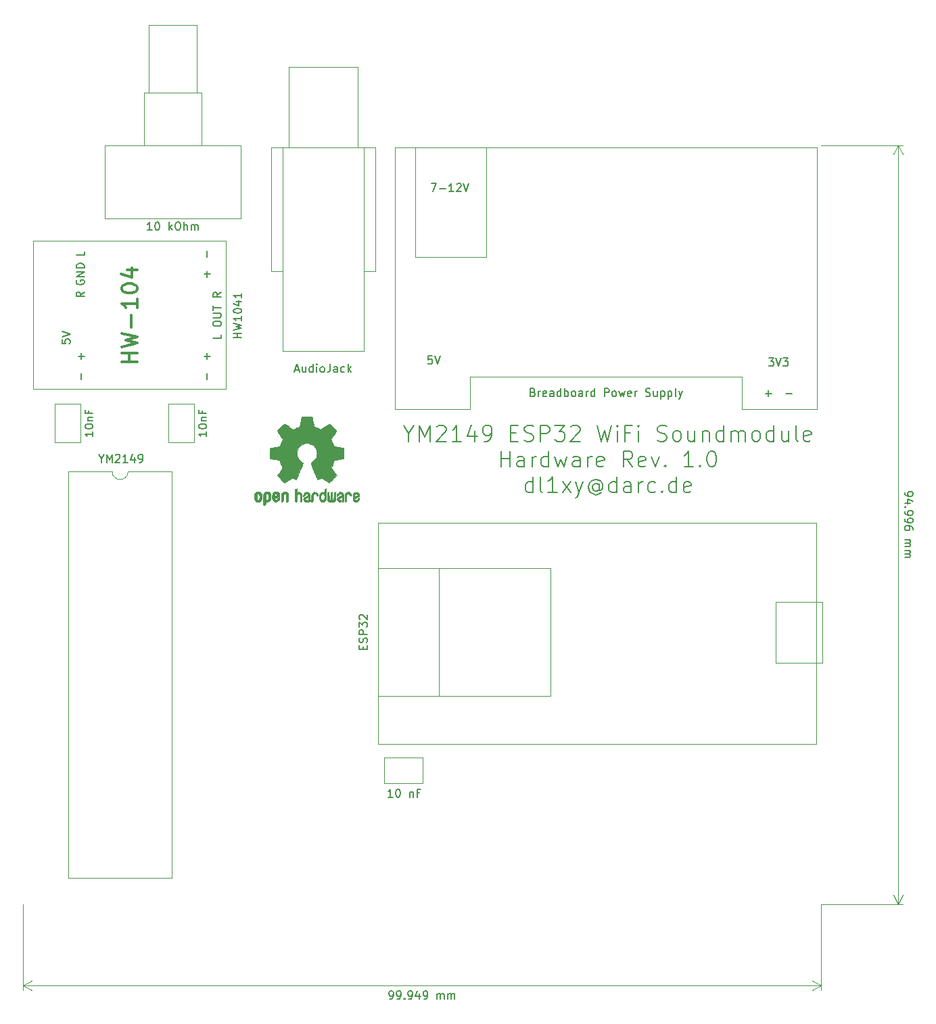
<source format=gbr>
G04 #@! TF.GenerationSoftware,KiCad,Pcbnew,(5.1.5)-3*
G04 #@! TF.CreationDate,2020-04-22T13:27:11+02:00*
G04 #@! TF.ProjectId,esp32_ym2149,65737033-325f-4796-9d32-3134392e6b69,rev?*
G04 #@! TF.SameCoordinates,Original*
G04 #@! TF.FileFunction,Legend,Top*
G04 #@! TF.FilePolarity,Positive*
%FSLAX46Y46*%
G04 Gerber Fmt 4.6, Leading zero omitted, Abs format (unit mm)*
G04 Created by KiCad (PCBNEW (5.1.5)-3) date 2020-04-22 13:27:11*
%MOMM*%
%LPD*%
G04 APERTURE LIST*
%ADD10C,0.150000*%
%ADD11C,0.120000*%
%ADD12C,0.200000*%
%ADD13C,0.010000*%
%ADD14C,0.300000*%
G04 APERTURE END LIST*
D10*
X159718880Y-144978380D02*
X159909357Y-144978380D01*
X160004595Y-144930761D01*
X160052214Y-144883142D01*
X160147452Y-144740285D01*
X160195071Y-144549809D01*
X160195071Y-144168857D01*
X160147452Y-144073619D01*
X160099833Y-144026000D01*
X160004595Y-143978380D01*
X159814119Y-143978380D01*
X159718880Y-144026000D01*
X159671261Y-144073619D01*
X159623642Y-144168857D01*
X159623642Y-144406952D01*
X159671261Y-144502190D01*
X159718880Y-144549809D01*
X159814119Y-144597428D01*
X160004595Y-144597428D01*
X160099833Y-144549809D01*
X160147452Y-144502190D01*
X160195071Y-144406952D01*
X160671261Y-144978380D02*
X160861738Y-144978380D01*
X160956976Y-144930761D01*
X161004595Y-144883142D01*
X161099833Y-144740285D01*
X161147452Y-144549809D01*
X161147452Y-144168857D01*
X161099833Y-144073619D01*
X161052214Y-144026000D01*
X160956976Y-143978380D01*
X160766500Y-143978380D01*
X160671261Y-144026000D01*
X160623642Y-144073619D01*
X160576023Y-144168857D01*
X160576023Y-144406952D01*
X160623642Y-144502190D01*
X160671261Y-144549809D01*
X160766500Y-144597428D01*
X160956976Y-144597428D01*
X161052214Y-144549809D01*
X161099833Y-144502190D01*
X161147452Y-144406952D01*
X161576023Y-144883142D02*
X161623642Y-144930761D01*
X161576023Y-144978380D01*
X161528404Y-144930761D01*
X161576023Y-144883142D01*
X161576023Y-144978380D01*
X162099833Y-144978380D02*
X162290309Y-144978380D01*
X162385547Y-144930761D01*
X162433166Y-144883142D01*
X162528404Y-144740285D01*
X162576023Y-144549809D01*
X162576023Y-144168857D01*
X162528404Y-144073619D01*
X162480785Y-144026000D01*
X162385547Y-143978380D01*
X162195071Y-143978380D01*
X162099833Y-144026000D01*
X162052214Y-144073619D01*
X162004595Y-144168857D01*
X162004595Y-144406952D01*
X162052214Y-144502190D01*
X162099833Y-144549809D01*
X162195071Y-144597428D01*
X162385547Y-144597428D01*
X162480785Y-144549809D01*
X162528404Y-144502190D01*
X162576023Y-144406952D01*
X163433166Y-144311714D02*
X163433166Y-144978380D01*
X163195071Y-143930761D02*
X162956976Y-144645047D01*
X163576023Y-144645047D01*
X164004595Y-144978380D02*
X164195071Y-144978380D01*
X164290309Y-144930761D01*
X164337928Y-144883142D01*
X164433166Y-144740285D01*
X164480785Y-144549809D01*
X164480785Y-144168857D01*
X164433166Y-144073619D01*
X164385547Y-144026000D01*
X164290309Y-143978380D01*
X164099833Y-143978380D01*
X164004595Y-144026000D01*
X163956976Y-144073619D01*
X163909357Y-144168857D01*
X163909357Y-144406952D01*
X163956976Y-144502190D01*
X164004595Y-144549809D01*
X164099833Y-144597428D01*
X164290309Y-144597428D01*
X164385547Y-144549809D01*
X164433166Y-144502190D01*
X164480785Y-144406952D01*
X165671261Y-144978380D02*
X165671261Y-144311714D01*
X165671261Y-144406952D02*
X165718880Y-144359333D01*
X165814119Y-144311714D01*
X165956976Y-144311714D01*
X166052214Y-144359333D01*
X166099833Y-144454571D01*
X166099833Y-144978380D01*
X166099833Y-144454571D02*
X166147452Y-144359333D01*
X166242690Y-144311714D01*
X166385547Y-144311714D01*
X166480785Y-144359333D01*
X166528404Y-144454571D01*
X166528404Y-144978380D01*
X167004595Y-144978380D02*
X167004595Y-144311714D01*
X167004595Y-144406952D02*
X167052214Y-144359333D01*
X167147452Y-144311714D01*
X167290309Y-144311714D01*
X167385547Y-144359333D01*
X167433166Y-144454571D01*
X167433166Y-144978380D01*
X167433166Y-144454571D02*
X167480785Y-144359333D01*
X167576023Y-144311714D01*
X167718880Y-144311714D01*
X167814119Y-144359333D01*
X167861738Y-144454571D01*
X167861738Y-144978380D01*
D11*
X113792000Y-143256000D02*
X213741000Y-143256000D01*
X113792000Y-133096000D02*
X113792000Y-143842421D01*
X213741000Y-133096000D02*
X213741000Y-143842421D01*
X213741000Y-143256000D02*
X212614496Y-143842421D01*
X213741000Y-143256000D02*
X212614496Y-142669579D01*
X113792000Y-143256000D02*
X114918504Y-143842421D01*
X113792000Y-143256000D02*
X114918504Y-142669579D01*
D10*
X224210619Y-81550380D02*
X224210619Y-81740857D01*
X224258238Y-81836095D01*
X224305857Y-81883714D01*
X224448714Y-81978952D01*
X224639190Y-82026571D01*
X225020142Y-82026571D01*
X225115380Y-81978952D01*
X225163000Y-81931333D01*
X225210619Y-81836095D01*
X225210619Y-81645619D01*
X225163000Y-81550380D01*
X225115380Y-81502761D01*
X225020142Y-81455142D01*
X224782047Y-81455142D01*
X224686809Y-81502761D01*
X224639190Y-81550380D01*
X224591571Y-81645619D01*
X224591571Y-81836095D01*
X224639190Y-81931333D01*
X224686809Y-81978952D01*
X224782047Y-82026571D01*
X224877285Y-82883714D02*
X224210619Y-82883714D01*
X225258238Y-82645619D02*
X224543952Y-82407523D01*
X224543952Y-83026571D01*
X224305857Y-83407523D02*
X224258238Y-83455142D01*
X224210619Y-83407523D01*
X224258238Y-83359904D01*
X224305857Y-83407523D01*
X224210619Y-83407523D01*
X224210619Y-83931333D02*
X224210619Y-84121809D01*
X224258238Y-84217047D01*
X224305857Y-84264666D01*
X224448714Y-84359904D01*
X224639190Y-84407523D01*
X225020142Y-84407523D01*
X225115380Y-84359904D01*
X225163000Y-84312285D01*
X225210619Y-84217047D01*
X225210619Y-84026571D01*
X225163000Y-83931333D01*
X225115380Y-83883714D01*
X225020142Y-83836095D01*
X224782047Y-83836095D01*
X224686809Y-83883714D01*
X224639190Y-83931333D01*
X224591571Y-84026571D01*
X224591571Y-84217047D01*
X224639190Y-84312285D01*
X224686809Y-84359904D01*
X224782047Y-84407523D01*
X224210619Y-84883714D02*
X224210619Y-85074190D01*
X224258238Y-85169428D01*
X224305857Y-85217047D01*
X224448714Y-85312285D01*
X224639190Y-85359904D01*
X225020142Y-85359904D01*
X225115380Y-85312285D01*
X225163000Y-85264666D01*
X225210619Y-85169428D01*
X225210619Y-84978952D01*
X225163000Y-84883714D01*
X225115380Y-84836095D01*
X225020142Y-84788476D01*
X224782047Y-84788476D01*
X224686809Y-84836095D01*
X224639190Y-84883714D01*
X224591571Y-84978952D01*
X224591571Y-85169428D01*
X224639190Y-85264666D01*
X224686809Y-85312285D01*
X224782047Y-85359904D01*
X225210619Y-86217047D02*
X225210619Y-86026571D01*
X225163000Y-85931333D01*
X225115380Y-85883714D01*
X224972523Y-85788476D01*
X224782047Y-85740857D01*
X224401095Y-85740857D01*
X224305857Y-85788476D01*
X224258238Y-85836095D01*
X224210619Y-85931333D01*
X224210619Y-86121809D01*
X224258238Y-86217047D01*
X224305857Y-86264666D01*
X224401095Y-86312285D01*
X224639190Y-86312285D01*
X224734428Y-86264666D01*
X224782047Y-86217047D01*
X224829666Y-86121809D01*
X224829666Y-85931333D01*
X224782047Y-85836095D01*
X224734428Y-85788476D01*
X224639190Y-85740857D01*
X224210619Y-87502761D02*
X224877285Y-87502761D01*
X224782047Y-87502761D02*
X224829666Y-87550380D01*
X224877285Y-87645619D01*
X224877285Y-87788476D01*
X224829666Y-87883714D01*
X224734428Y-87931333D01*
X224210619Y-87931333D01*
X224734428Y-87931333D02*
X224829666Y-87978952D01*
X224877285Y-88074190D01*
X224877285Y-88217047D01*
X224829666Y-88312285D01*
X224734428Y-88359904D01*
X224210619Y-88359904D01*
X224210619Y-88836095D02*
X224877285Y-88836095D01*
X224782047Y-88836095D02*
X224829666Y-88883714D01*
X224877285Y-88978952D01*
X224877285Y-89121809D01*
X224829666Y-89217047D01*
X224734428Y-89264666D01*
X224210619Y-89264666D01*
X224734428Y-89264666D02*
X224829666Y-89312285D01*
X224877285Y-89407523D01*
X224877285Y-89550380D01*
X224829666Y-89645619D01*
X224734428Y-89693238D01*
X224210619Y-89693238D01*
D11*
X223393000Y-38100000D02*
X223393000Y-133096000D01*
X213741000Y-38100000D02*
X223979421Y-38100000D01*
X213741000Y-133096000D02*
X223979421Y-133096000D01*
X223393000Y-133096000D02*
X222806579Y-131969496D01*
X223393000Y-133096000D02*
X223979421Y-131969496D01*
X223393000Y-38100000D02*
X222806579Y-39226504D01*
X223393000Y-38100000D02*
X223979421Y-39226504D01*
D12*
X162118619Y-74222380D02*
X162118619Y-75174761D01*
X161451952Y-73174761D02*
X162118619Y-74222380D01*
X162785285Y-73174761D01*
X163451952Y-75174761D02*
X163451952Y-73174761D01*
X164118619Y-74603333D01*
X164785285Y-73174761D01*
X164785285Y-75174761D01*
X165642428Y-73365238D02*
X165737666Y-73270000D01*
X165928142Y-73174761D01*
X166404333Y-73174761D01*
X166594809Y-73270000D01*
X166690047Y-73365238D01*
X166785285Y-73555714D01*
X166785285Y-73746190D01*
X166690047Y-74031904D01*
X165547190Y-75174761D01*
X166785285Y-75174761D01*
X168690047Y-75174761D02*
X167547190Y-75174761D01*
X168118619Y-75174761D02*
X168118619Y-73174761D01*
X167928142Y-73460476D01*
X167737666Y-73650952D01*
X167547190Y-73746190D01*
X170404333Y-73841428D02*
X170404333Y-75174761D01*
X169928142Y-73079523D02*
X169451952Y-74508095D01*
X170690047Y-74508095D01*
X171547190Y-75174761D02*
X171928142Y-75174761D01*
X172118619Y-75079523D01*
X172213857Y-74984285D01*
X172404333Y-74698571D01*
X172499571Y-74317619D01*
X172499571Y-73555714D01*
X172404333Y-73365238D01*
X172309095Y-73270000D01*
X172118619Y-73174761D01*
X171737666Y-73174761D01*
X171547190Y-73270000D01*
X171451952Y-73365238D01*
X171356714Y-73555714D01*
X171356714Y-74031904D01*
X171451952Y-74222380D01*
X171547190Y-74317619D01*
X171737666Y-74412857D01*
X172118619Y-74412857D01*
X172309095Y-74317619D01*
X172404333Y-74222380D01*
X172499571Y-74031904D01*
X174880523Y-74127142D02*
X175547190Y-74127142D01*
X175832904Y-75174761D02*
X174880523Y-75174761D01*
X174880523Y-73174761D01*
X175832904Y-73174761D01*
X176594809Y-75079523D02*
X176880523Y-75174761D01*
X177356714Y-75174761D01*
X177547190Y-75079523D01*
X177642428Y-74984285D01*
X177737666Y-74793809D01*
X177737666Y-74603333D01*
X177642428Y-74412857D01*
X177547190Y-74317619D01*
X177356714Y-74222380D01*
X176975761Y-74127142D01*
X176785285Y-74031904D01*
X176690047Y-73936666D01*
X176594809Y-73746190D01*
X176594809Y-73555714D01*
X176690047Y-73365238D01*
X176785285Y-73270000D01*
X176975761Y-73174761D01*
X177451952Y-73174761D01*
X177737666Y-73270000D01*
X178594809Y-75174761D02*
X178594809Y-73174761D01*
X179356714Y-73174761D01*
X179547190Y-73270000D01*
X179642428Y-73365238D01*
X179737666Y-73555714D01*
X179737666Y-73841428D01*
X179642428Y-74031904D01*
X179547190Y-74127142D01*
X179356714Y-74222380D01*
X178594809Y-74222380D01*
X180404333Y-73174761D02*
X181642428Y-73174761D01*
X180975761Y-73936666D01*
X181261476Y-73936666D01*
X181451952Y-74031904D01*
X181547190Y-74127142D01*
X181642428Y-74317619D01*
X181642428Y-74793809D01*
X181547190Y-74984285D01*
X181451952Y-75079523D01*
X181261476Y-75174761D01*
X180690047Y-75174761D01*
X180499571Y-75079523D01*
X180404333Y-74984285D01*
X182404333Y-73365238D02*
X182499571Y-73270000D01*
X182690047Y-73174761D01*
X183166238Y-73174761D01*
X183356714Y-73270000D01*
X183451952Y-73365238D01*
X183547190Y-73555714D01*
X183547190Y-73746190D01*
X183451952Y-74031904D01*
X182309095Y-75174761D01*
X183547190Y-75174761D01*
X185737666Y-73174761D02*
X186213857Y-75174761D01*
X186594809Y-73746190D01*
X186975761Y-75174761D01*
X187451952Y-73174761D01*
X188213857Y-75174761D02*
X188213857Y-73841428D01*
X188213857Y-73174761D02*
X188118619Y-73270000D01*
X188213857Y-73365238D01*
X188309095Y-73270000D01*
X188213857Y-73174761D01*
X188213857Y-73365238D01*
X189832904Y-74127142D02*
X189166238Y-74127142D01*
X189166238Y-75174761D02*
X189166238Y-73174761D01*
X190118619Y-73174761D01*
X190880523Y-75174761D02*
X190880523Y-73841428D01*
X190880523Y-73174761D02*
X190785285Y-73270000D01*
X190880523Y-73365238D01*
X190975761Y-73270000D01*
X190880523Y-73174761D01*
X190880523Y-73365238D01*
X193261476Y-75079523D02*
X193547190Y-75174761D01*
X194023380Y-75174761D01*
X194213857Y-75079523D01*
X194309095Y-74984285D01*
X194404333Y-74793809D01*
X194404333Y-74603333D01*
X194309095Y-74412857D01*
X194213857Y-74317619D01*
X194023380Y-74222380D01*
X193642428Y-74127142D01*
X193451952Y-74031904D01*
X193356714Y-73936666D01*
X193261476Y-73746190D01*
X193261476Y-73555714D01*
X193356714Y-73365238D01*
X193451952Y-73270000D01*
X193642428Y-73174761D01*
X194118619Y-73174761D01*
X194404333Y-73270000D01*
X195547190Y-75174761D02*
X195356714Y-75079523D01*
X195261476Y-74984285D01*
X195166238Y-74793809D01*
X195166238Y-74222380D01*
X195261476Y-74031904D01*
X195356714Y-73936666D01*
X195547190Y-73841428D01*
X195832904Y-73841428D01*
X196023380Y-73936666D01*
X196118619Y-74031904D01*
X196213857Y-74222380D01*
X196213857Y-74793809D01*
X196118619Y-74984285D01*
X196023380Y-75079523D01*
X195832904Y-75174761D01*
X195547190Y-75174761D01*
X197928142Y-73841428D02*
X197928142Y-75174761D01*
X197070999Y-73841428D02*
X197070999Y-74889047D01*
X197166238Y-75079523D01*
X197356714Y-75174761D01*
X197642428Y-75174761D01*
X197832904Y-75079523D01*
X197928142Y-74984285D01*
X198880523Y-73841428D02*
X198880523Y-75174761D01*
X198880523Y-74031904D02*
X198975761Y-73936666D01*
X199166238Y-73841428D01*
X199451952Y-73841428D01*
X199642428Y-73936666D01*
X199737666Y-74127142D01*
X199737666Y-75174761D01*
X201547190Y-75174761D02*
X201547190Y-73174761D01*
X201547190Y-75079523D02*
X201356714Y-75174761D01*
X200975761Y-75174761D01*
X200785285Y-75079523D01*
X200690047Y-74984285D01*
X200594809Y-74793809D01*
X200594809Y-74222380D01*
X200690047Y-74031904D01*
X200785285Y-73936666D01*
X200975761Y-73841428D01*
X201356714Y-73841428D01*
X201547190Y-73936666D01*
X202499571Y-75174761D02*
X202499571Y-73841428D01*
X202499571Y-74031904D02*
X202594809Y-73936666D01*
X202785285Y-73841428D01*
X203070999Y-73841428D01*
X203261476Y-73936666D01*
X203356714Y-74127142D01*
X203356714Y-75174761D01*
X203356714Y-74127142D02*
X203451952Y-73936666D01*
X203642428Y-73841428D01*
X203928142Y-73841428D01*
X204118619Y-73936666D01*
X204213857Y-74127142D01*
X204213857Y-75174761D01*
X205451952Y-75174761D02*
X205261476Y-75079523D01*
X205166238Y-74984285D01*
X205070999Y-74793809D01*
X205070999Y-74222380D01*
X205166238Y-74031904D01*
X205261476Y-73936666D01*
X205451952Y-73841428D01*
X205737666Y-73841428D01*
X205928142Y-73936666D01*
X206023380Y-74031904D01*
X206118619Y-74222380D01*
X206118619Y-74793809D01*
X206023380Y-74984285D01*
X205928142Y-75079523D01*
X205737666Y-75174761D01*
X205451952Y-75174761D01*
X207832904Y-75174761D02*
X207832904Y-73174761D01*
X207832904Y-75079523D02*
X207642428Y-75174761D01*
X207261476Y-75174761D01*
X207070999Y-75079523D01*
X206975761Y-74984285D01*
X206880523Y-74793809D01*
X206880523Y-74222380D01*
X206975761Y-74031904D01*
X207070999Y-73936666D01*
X207261476Y-73841428D01*
X207642428Y-73841428D01*
X207832904Y-73936666D01*
X209642428Y-73841428D02*
X209642428Y-75174761D01*
X208785285Y-73841428D02*
X208785285Y-74889047D01*
X208880523Y-75079523D01*
X209070999Y-75174761D01*
X209356714Y-75174761D01*
X209547190Y-75079523D01*
X209642428Y-74984285D01*
X210880523Y-75174761D02*
X210690047Y-75079523D01*
X210594809Y-74889047D01*
X210594809Y-73174761D01*
X212404333Y-75079523D02*
X212213857Y-75174761D01*
X211832904Y-75174761D01*
X211642428Y-75079523D01*
X211547190Y-74889047D01*
X211547190Y-74127142D01*
X211642428Y-73936666D01*
X211832904Y-73841428D01*
X212213857Y-73841428D01*
X212404333Y-73936666D01*
X212499571Y-74127142D01*
X212499571Y-74317619D01*
X211547190Y-74508095D01*
X173642428Y-78374761D02*
X173642428Y-76374761D01*
X173642428Y-77327142D02*
X174785285Y-77327142D01*
X174785285Y-78374761D02*
X174785285Y-76374761D01*
X176594809Y-78374761D02*
X176594809Y-77327142D01*
X176499571Y-77136666D01*
X176309095Y-77041428D01*
X175928142Y-77041428D01*
X175737666Y-77136666D01*
X176594809Y-78279523D02*
X176404333Y-78374761D01*
X175928142Y-78374761D01*
X175737666Y-78279523D01*
X175642428Y-78089047D01*
X175642428Y-77898571D01*
X175737666Y-77708095D01*
X175928142Y-77612857D01*
X176404333Y-77612857D01*
X176594809Y-77517619D01*
X177547190Y-78374761D02*
X177547190Y-77041428D01*
X177547190Y-77422380D02*
X177642428Y-77231904D01*
X177737666Y-77136666D01*
X177928142Y-77041428D01*
X178118619Y-77041428D01*
X179642428Y-78374761D02*
X179642428Y-76374761D01*
X179642428Y-78279523D02*
X179451952Y-78374761D01*
X179071000Y-78374761D01*
X178880523Y-78279523D01*
X178785285Y-78184285D01*
X178690047Y-77993809D01*
X178690047Y-77422380D01*
X178785285Y-77231904D01*
X178880523Y-77136666D01*
X179071000Y-77041428D01*
X179451952Y-77041428D01*
X179642428Y-77136666D01*
X180404333Y-77041428D02*
X180785285Y-78374761D01*
X181166238Y-77422380D01*
X181547190Y-78374761D01*
X181928142Y-77041428D01*
X183547190Y-78374761D02*
X183547190Y-77327142D01*
X183451952Y-77136666D01*
X183261476Y-77041428D01*
X182880523Y-77041428D01*
X182690047Y-77136666D01*
X183547190Y-78279523D02*
X183356714Y-78374761D01*
X182880523Y-78374761D01*
X182690047Y-78279523D01*
X182594809Y-78089047D01*
X182594809Y-77898571D01*
X182690047Y-77708095D01*
X182880523Y-77612857D01*
X183356714Y-77612857D01*
X183547190Y-77517619D01*
X184499571Y-78374761D02*
X184499571Y-77041428D01*
X184499571Y-77422380D02*
X184594809Y-77231904D01*
X184690047Y-77136666D01*
X184880523Y-77041428D01*
X185071000Y-77041428D01*
X186499571Y-78279523D02*
X186309095Y-78374761D01*
X185928142Y-78374761D01*
X185737666Y-78279523D01*
X185642428Y-78089047D01*
X185642428Y-77327142D01*
X185737666Y-77136666D01*
X185928142Y-77041428D01*
X186309095Y-77041428D01*
X186499571Y-77136666D01*
X186594809Y-77327142D01*
X186594809Y-77517619D01*
X185642428Y-77708095D01*
X190118619Y-78374761D02*
X189451952Y-77422380D01*
X188975761Y-78374761D02*
X188975761Y-76374761D01*
X189737666Y-76374761D01*
X189928142Y-76470000D01*
X190023380Y-76565238D01*
X190118619Y-76755714D01*
X190118619Y-77041428D01*
X190023380Y-77231904D01*
X189928142Y-77327142D01*
X189737666Y-77422380D01*
X188975761Y-77422380D01*
X191737666Y-78279523D02*
X191547190Y-78374761D01*
X191166238Y-78374761D01*
X190975761Y-78279523D01*
X190880523Y-78089047D01*
X190880523Y-77327142D01*
X190975761Y-77136666D01*
X191166238Y-77041428D01*
X191547190Y-77041428D01*
X191737666Y-77136666D01*
X191832904Y-77327142D01*
X191832904Y-77517619D01*
X190880523Y-77708095D01*
X192499571Y-77041428D02*
X192975761Y-78374761D01*
X193451952Y-77041428D01*
X194213857Y-78184285D02*
X194309095Y-78279523D01*
X194213857Y-78374761D01*
X194118619Y-78279523D01*
X194213857Y-78184285D01*
X194213857Y-78374761D01*
X197737666Y-78374761D02*
X196594809Y-78374761D01*
X197166238Y-78374761D02*
X197166238Y-76374761D01*
X196975761Y-76660476D01*
X196785285Y-76850952D01*
X196594809Y-76946190D01*
X198594809Y-78184285D02*
X198690047Y-78279523D01*
X198594809Y-78374761D01*
X198499571Y-78279523D01*
X198594809Y-78184285D01*
X198594809Y-78374761D01*
X199928142Y-76374761D02*
X200118619Y-76374761D01*
X200309095Y-76470000D01*
X200404333Y-76565238D01*
X200499571Y-76755714D01*
X200594809Y-77136666D01*
X200594809Y-77612857D01*
X200499571Y-77993809D01*
X200404333Y-78184285D01*
X200309095Y-78279523D01*
X200118619Y-78374761D01*
X199928142Y-78374761D01*
X199737666Y-78279523D01*
X199642428Y-78184285D01*
X199547190Y-77993809D01*
X199451952Y-77612857D01*
X199451952Y-77136666D01*
X199547190Y-76755714D01*
X199642428Y-76565238D01*
X199737666Y-76470000D01*
X199928142Y-76374761D01*
X177642428Y-81574761D02*
X177642428Y-79574761D01*
X177642428Y-81479523D02*
X177451952Y-81574761D01*
X177071000Y-81574761D01*
X176880523Y-81479523D01*
X176785285Y-81384285D01*
X176690047Y-81193809D01*
X176690047Y-80622380D01*
X176785285Y-80431904D01*
X176880523Y-80336666D01*
X177071000Y-80241428D01*
X177451952Y-80241428D01*
X177642428Y-80336666D01*
X178880523Y-81574761D02*
X178690047Y-81479523D01*
X178594809Y-81289047D01*
X178594809Y-79574761D01*
X180690047Y-81574761D02*
X179547190Y-81574761D01*
X180118619Y-81574761D02*
X180118619Y-79574761D01*
X179928142Y-79860476D01*
X179737666Y-80050952D01*
X179547190Y-80146190D01*
X181356714Y-81574761D02*
X182404333Y-80241428D01*
X181356714Y-80241428D02*
X182404333Y-81574761D01*
X182975761Y-80241428D02*
X183451952Y-81574761D01*
X183928142Y-80241428D02*
X183451952Y-81574761D01*
X183261476Y-82050952D01*
X183166238Y-82146190D01*
X182975761Y-82241428D01*
X185928142Y-80622380D02*
X185832904Y-80527142D01*
X185642428Y-80431904D01*
X185451952Y-80431904D01*
X185261476Y-80527142D01*
X185166238Y-80622380D01*
X185071000Y-80812857D01*
X185071000Y-81003333D01*
X185166238Y-81193809D01*
X185261476Y-81289047D01*
X185451952Y-81384285D01*
X185642428Y-81384285D01*
X185832904Y-81289047D01*
X185928142Y-81193809D01*
X185928142Y-80431904D02*
X185928142Y-81193809D01*
X186023380Y-81289047D01*
X186118619Y-81289047D01*
X186309095Y-81193809D01*
X186404333Y-81003333D01*
X186404333Y-80527142D01*
X186213857Y-80241428D01*
X185928142Y-80050952D01*
X185547190Y-79955714D01*
X185166238Y-80050952D01*
X184880523Y-80241428D01*
X184690047Y-80527142D01*
X184594809Y-80908095D01*
X184690047Y-81289047D01*
X184880523Y-81574761D01*
X185166238Y-81765238D01*
X185547190Y-81860476D01*
X185928142Y-81765238D01*
X186213857Y-81574761D01*
X188118619Y-81574761D02*
X188118619Y-79574761D01*
X188118619Y-81479523D02*
X187928142Y-81574761D01*
X187547190Y-81574761D01*
X187356714Y-81479523D01*
X187261476Y-81384285D01*
X187166238Y-81193809D01*
X187166238Y-80622380D01*
X187261476Y-80431904D01*
X187356714Y-80336666D01*
X187547190Y-80241428D01*
X187928142Y-80241428D01*
X188118619Y-80336666D01*
X189928142Y-81574761D02*
X189928142Y-80527142D01*
X189832904Y-80336666D01*
X189642428Y-80241428D01*
X189261476Y-80241428D01*
X189071000Y-80336666D01*
X189928142Y-81479523D02*
X189737666Y-81574761D01*
X189261476Y-81574761D01*
X189071000Y-81479523D01*
X188975761Y-81289047D01*
X188975761Y-81098571D01*
X189071000Y-80908095D01*
X189261476Y-80812857D01*
X189737666Y-80812857D01*
X189928142Y-80717619D01*
X190880523Y-81574761D02*
X190880523Y-80241428D01*
X190880523Y-80622380D02*
X190975761Y-80431904D01*
X191071000Y-80336666D01*
X191261476Y-80241428D01*
X191451952Y-80241428D01*
X192975761Y-81479523D02*
X192785285Y-81574761D01*
X192404333Y-81574761D01*
X192213857Y-81479523D01*
X192118619Y-81384285D01*
X192023380Y-81193809D01*
X192023380Y-80622380D01*
X192118619Y-80431904D01*
X192213857Y-80336666D01*
X192404333Y-80241428D01*
X192785285Y-80241428D01*
X192975761Y-80336666D01*
X193832904Y-81384285D02*
X193928142Y-81479523D01*
X193832904Y-81574761D01*
X193737666Y-81479523D01*
X193832904Y-81384285D01*
X193832904Y-81574761D01*
X195642428Y-81574761D02*
X195642428Y-79574761D01*
X195642428Y-81479523D02*
X195451952Y-81574761D01*
X195071000Y-81574761D01*
X194880523Y-81479523D01*
X194785285Y-81384285D01*
X194690047Y-81193809D01*
X194690047Y-80622380D01*
X194785285Y-80431904D01*
X194880523Y-80336666D01*
X195071000Y-80241428D01*
X195451952Y-80241428D01*
X195642428Y-80336666D01*
X197356714Y-81479523D02*
X197166238Y-81574761D01*
X196785285Y-81574761D01*
X196594809Y-81479523D01*
X196499571Y-81289047D01*
X196499571Y-80527142D01*
X196594809Y-80336666D01*
X196785285Y-80241428D01*
X197166238Y-80241428D01*
X197356714Y-80336666D01*
X197451952Y-80527142D01*
X197451952Y-80717619D01*
X196499571Y-80908095D01*
D13*
G36*
X149561014Y-72049998D02*
G01*
X149719006Y-72050863D01*
X149833347Y-72053205D01*
X149911407Y-72057762D01*
X149960554Y-72065270D01*
X149988159Y-72076466D01*
X150001592Y-72092088D01*
X150008221Y-72112873D01*
X150008865Y-72115563D01*
X150018935Y-72164113D01*
X150037575Y-72259905D01*
X150062845Y-72392743D01*
X150092807Y-72552431D01*
X150125522Y-72728774D01*
X150126664Y-72734967D01*
X150159433Y-72907782D01*
X150190093Y-73060469D01*
X150216664Y-73183871D01*
X150237167Y-73268831D01*
X150249626Y-73306190D01*
X150250220Y-73306852D01*
X150286919Y-73325095D01*
X150362586Y-73355497D01*
X150460878Y-73391493D01*
X150461425Y-73391685D01*
X150585233Y-73438222D01*
X150731196Y-73497504D01*
X150868781Y-73557109D01*
X150875293Y-73560056D01*
X151099390Y-73661765D01*
X151595619Y-73322897D01*
X151747846Y-73219592D01*
X151885741Y-73127237D01*
X152001315Y-73051084D01*
X152086579Y-72996385D01*
X152133544Y-72968393D01*
X152138004Y-72966317D01*
X152172134Y-72975560D01*
X152235881Y-73020156D01*
X152331731Y-73102209D01*
X152462169Y-73223821D01*
X152595328Y-73353205D01*
X152723694Y-73480702D01*
X152838581Y-73597046D01*
X152933073Y-73695052D01*
X153000253Y-73767536D01*
X153033206Y-73807313D01*
X153034432Y-73809361D01*
X153038074Y-73836656D01*
X153024350Y-73881234D01*
X152989869Y-73949112D01*
X152931239Y-74046311D01*
X152845070Y-74178851D01*
X152730200Y-74349476D01*
X152628254Y-74499655D01*
X152537123Y-74634350D01*
X152462073Y-74745740D01*
X152408369Y-74826005D01*
X152381280Y-74867325D01*
X152379574Y-74870130D01*
X152382882Y-74909721D01*
X152407953Y-74986669D01*
X152449798Y-75086432D01*
X152464712Y-75118291D01*
X152529786Y-75260226D01*
X152599212Y-75421273D01*
X152655609Y-75560621D01*
X152696247Y-75664044D01*
X152728526Y-75742642D01*
X152747178Y-75783720D01*
X152749497Y-75786885D01*
X152783803Y-75792128D01*
X152864669Y-75806494D01*
X152981343Y-75827937D01*
X153123075Y-75854413D01*
X153279110Y-75883877D01*
X153438698Y-75914283D01*
X153591085Y-75943588D01*
X153725521Y-75969745D01*
X153831252Y-75990710D01*
X153897526Y-76004439D01*
X153913782Y-76008320D01*
X153930573Y-76017900D01*
X153943249Y-76039536D01*
X153952378Y-76080531D01*
X153958531Y-76148189D01*
X153962280Y-76249812D01*
X153964192Y-76392703D01*
X153964840Y-76584165D01*
X153964874Y-76662645D01*
X153964874Y-77300906D01*
X153811598Y-77331160D01*
X153726322Y-77347564D01*
X153599070Y-77371509D01*
X153445315Y-77400107D01*
X153280534Y-77430467D01*
X153234989Y-77438806D01*
X153082932Y-77468370D01*
X152950468Y-77497442D01*
X152848714Y-77523329D01*
X152788788Y-77543337D01*
X152778805Y-77549301D01*
X152754293Y-77591534D01*
X152719148Y-77673370D01*
X152680173Y-77778683D01*
X152672442Y-77801368D01*
X152621360Y-77942018D01*
X152557954Y-78100714D01*
X152495904Y-78243225D01*
X152495598Y-78243886D01*
X152392267Y-78467440D01*
X153071961Y-79467232D01*
X152635621Y-79904300D01*
X152503649Y-80034381D01*
X152383279Y-80149048D01*
X152281273Y-80242181D01*
X152204391Y-80307658D01*
X152159393Y-80339357D01*
X152152938Y-80341368D01*
X152115040Y-80325529D01*
X152037708Y-80281496D01*
X151929389Y-80214490D01*
X151798532Y-80129734D01*
X151657052Y-80034816D01*
X151513461Y-79937998D01*
X151385435Y-79853751D01*
X151281105Y-79787258D01*
X151208600Y-79743702D01*
X151176158Y-79728264D01*
X151136576Y-79741328D01*
X151061519Y-79775750D01*
X150966468Y-79824380D01*
X150956392Y-79829785D01*
X150828391Y-79893980D01*
X150740618Y-79925463D01*
X150686028Y-79925798D01*
X150657575Y-79896548D01*
X150657410Y-79896138D01*
X150643188Y-79861498D01*
X150609269Y-79779269D01*
X150558284Y-79655814D01*
X150492862Y-79497498D01*
X150415634Y-79310686D01*
X150329229Y-79101742D01*
X150245551Y-78899446D01*
X150153588Y-78676200D01*
X150069150Y-78469392D01*
X149994769Y-78285362D01*
X149932974Y-78130451D01*
X149886297Y-78010996D01*
X149857268Y-77933339D01*
X149848322Y-77904356D01*
X149870756Y-77871110D01*
X149929439Y-77818123D01*
X150007689Y-77759704D01*
X150230534Y-77574952D01*
X150404718Y-77363182D01*
X150528154Y-77128856D01*
X150598754Y-76876434D01*
X150614431Y-76610377D01*
X150603036Y-76487575D01*
X150540950Y-76232793D01*
X150434023Y-76007801D01*
X150288889Y-75814817D01*
X150112178Y-75656061D01*
X149910522Y-75533750D01*
X149690554Y-75450105D01*
X149458906Y-75407344D01*
X149222209Y-75407687D01*
X148987095Y-75453352D01*
X148760196Y-75546559D01*
X148548144Y-75689527D01*
X148459636Y-75770383D01*
X148289889Y-75978007D01*
X148171699Y-76204895D01*
X148104278Y-76444433D01*
X148086840Y-76690007D01*
X148118598Y-76935003D01*
X148198765Y-77172808D01*
X148326555Y-77396807D01*
X148501180Y-77600387D01*
X148696312Y-77759704D01*
X148777591Y-77820602D01*
X148835009Y-77873015D01*
X148855678Y-77904406D01*
X148844856Y-77938639D01*
X148814077Y-78020419D01*
X148765874Y-78143407D01*
X148702778Y-78301263D01*
X148627322Y-78487649D01*
X148542038Y-78696226D01*
X148458219Y-78899496D01*
X148365745Y-79122933D01*
X148280089Y-79329984D01*
X148203882Y-79514286D01*
X148139753Y-79669475D01*
X148090332Y-79789188D01*
X148058248Y-79867061D01*
X148046359Y-79896138D01*
X148018274Y-79925677D01*
X147963949Y-79925591D01*
X147876395Y-79894326D01*
X147748619Y-79830329D01*
X147747608Y-79829785D01*
X147651402Y-79780121D01*
X147573631Y-79743945D01*
X147529777Y-79728408D01*
X147527842Y-79728264D01*
X147494829Y-79744024D01*
X147421946Y-79787850D01*
X147317322Y-79854557D01*
X147189090Y-79938964D01*
X147046948Y-80034816D01*
X146902233Y-80131867D01*
X146771804Y-80216270D01*
X146664110Y-80282801D01*
X146587598Y-80326238D01*
X146551062Y-80341368D01*
X146517418Y-80321482D01*
X146449776Y-80265903D01*
X146354893Y-80180754D01*
X146239530Y-80072153D01*
X146110445Y-79946221D01*
X146068229Y-79904149D01*
X145631739Y-79466931D01*
X145963977Y-78979340D01*
X146064946Y-78829605D01*
X146153562Y-78695220D01*
X146224854Y-78583969D01*
X146273850Y-78503639D01*
X146295578Y-78462014D01*
X146296215Y-78459053D01*
X146284760Y-78419818D01*
X146253949Y-78340895D01*
X146209116Y-78235509D01*
X146177647Y-78164954D01*
X146118808Y-78029876D01*
X146063396Y-77893409D01*
X146020436Y-77778103D01*
X146008766Y-77742977D01*
X145975611Y-77649174D01*
X145943201Y-77576694D01*
X145925399Y-77549301D01*
X145886114Y-77532536D01*
X145800374Y-77508770D01*
X145679303Y-77480697D01*
X145534027Y-77451009D01*
X145469012Y-77438806D01*
X145303913Y-77408468D01*
X145145552Y-77379093D01*
X145009404Y-77353569D01*
X144910943Y-77334785D01*
X144892402Y-77331160D01*
X144739127Y-77300906D01*
X144739127Y-76662645D01*
X144739471Y-76452770D01*
X144740884Y-76293980D01*
X144743936Y-76178973D01*
X144749197Y-76100446D01*
X144757237Y-76051096D01*
X144768627Y-76023619D01*
X144783937Y-76010713D01*
X144790218Y-76008320D01*
X144828104Y-75999833D01*
X144911805Y-75982900D01*
X145030567Y-75959566D01*
X145173639Y-75931875D01*
X145330268Y-75901873D01*
X145489703Y-75871604D01*
X145641191Y-75843115D01*
X145773981Y-75818449D01*
X145877319Y-75799651D01*
X145940455Y-75788767D01*
X145954503Y-75786885D01*
X145967230Y-75761704D01*
X145995400Y-75694622D01*
X146033748Y-75598333D01*
X146048391Y-75560621D01*
X146107452Y-75414921D01*
X146177000Y-75253951D01*
X146239288Y-75118291D01*
X146285121Y-75014561D01*
X146315613Y-74929326D01*
X146325792Y-74877126D01*
X146324169Y-74870130D01*
X146302657Y-74837102D01*
X146253535Y-74763643D01*
X146182077Y-74657577D01*
X146093555Y-74526726D01*
X145993241Y-74378912D01*
X145973406Y-74349734D01*
X145857012Y-74176863D01*
X145771452Y-74045226D01*
X145713316Y-73948761D01*
X145679192Y-73881408D01*
X145665669Y-73837106D01*
X145669336Y-73809794D01*
X145669430Y-73809620D01*
X145698293Y-73773746D01*
X145762133Y-73704391D01*
X145854031Y-73608745D01*
X145967067Y-73493999D01*
X146094321Y-73367341D01*
X146108672Y-73353205D01*
X146269043Y-73197903D01*
X146392805Y-73083870D01*
X146482445Y-73009002D01*
X146540448Y-72971196D01*
X146565996Y-72966317D01*
X146603282Y-72987603D01*
X146680657Y-73036773D01*
X146790133Y-73108575D01*
X146923720Y-73197755D01*
X147073430Y-73299063D01*
X147108382Y-73322897D01*
X147604610Y-73661765D01*
X147828707Y-73560056D01*
X147964989Y-73500783D01*
X148111276Y-73441170D01*
X148237035Y-73393640D01*
X148242575Y-73391685D01*
X148340943Y-73355677D01*
X148416771Y-73325229D01*
X148453718Y-73306905D01*
X148453780Y-73306852D01*
X148465504Y-73273729D01*
X148485432Y-73192267D01*
X148511587Y-73071625D01*
X148541990Y-72920959D01*
X148574663Y-72749428D01*
X148577336Y-72734967D01*
X148610110Y-72558235D01*
X148640198Y-72397810D01*
X148665661Y-72263888D01*
X148684559Y-72166663D01*
X148694953Y-72116332D01*
X148695135Y-72115563D01*
X148701461Y-72094153D01*
X148713761Y-72077988D01*
X148739406Y-72066331D01*
X148785765Y-72058445D01*
X148860208Y-72053593D01*
X148970105Y-72051039D01*
X149122825Y-72050045D01*
X149325738Y-72049874D01*
X149352000Y-72049874D01*
X149561014Y-72049998D01*
G37*
X149561014Y-72049998D02*
X149719006Y-72050863D01*
X149833347Y-72053205D01*
X149911407Y-72057762D01*
X149960554Y-72065270D01*
X149988159Y-72076466D01*
X150001592Y-72092088D01*
X150008221Y-72112873D01*
X150008865Y-72115563D01*
X150018935Y-72164113D01*
X150037575Y-72259905D01*
X150062845Y-72392743D01*
X150092807Y-72552431D01*
X150125522Y-72728774D01*
X150126664Y-72734967D01*
X150159433Y-72907782D01*
X150190093Y-73060469D01*
X150216664Y-73183871D01*
X150237167Y-73268831D01*
X150249626Y-73306190D01*
X150250220Y-73306852D01*
X150286919Y-73325095D01*
X150362586Y-73355497D01*
X150460878Y-73391493D01*
X150461425Y-73391685D01*
X150585233Y-73438222D01*
X150731196Y-73497504D01*
X150868781Y-73557109D01*
X150875293Y-73560056D01*
X151099390Y-73661765D01*
X151595619Y-73322897D01*
X151747846Y-73219592D01*
X151885741Y-73127237D01*
X152001315Y-73051084D01*
X152086579Y-72996385D01*
X152133544Y-72968393D01*
X152138004Y-72966317D01*
X152172134Y-72975560D01*
X152235881Y-73020156D01*
X152331731Y-73102209D01*
X152462169Y-73223821D01*
X152595328Y-73353205D01*
X152723694Y-73480702D01*
X152838581Y-73597046D01*
X152933073Y-73695052D01*
X153000253Y-73767536D01*
X153033206Y-73807313D01*
X153034432Y-73809361D01*
X153038074Y-73836656D01*
X153024350Y-73881234D01*
X152989869Y-73949112D01*
X152931239Y-74046311D01*
X152845070Y-74178851D01*
X152730200Y-74349476D01*
X152628254Y-74499655D01*
X152537123Y-74634350D01*
X152462073Y-74745740D01*
X152408369Y-74826005D01*
X152381280Y-74867325D01*
X152379574Y-74870130D01*
X152382882Y-74909721D01*
X152407953Y-74986669D01*
X152449798Y-75086432D01*
X152464712Y-75118291D01*
X152529786Y-75260226D01*
X152599212Y-75421273D01*
X152655609Y-75560621D01*
X152696247Y-75664044D01*
X152728526Y-75742642D01*
X152747178Y-75783720D01*
X152749497Y-75786885D01*
X152783803Y-75792128D01*
X152864669Y-75806494D01*
X152981343Y-75827937D01*
X153123075Y-75854413D01*
X153279110Y-75883877D01*
X153438698Y-75914283D01*
X153591085Y-75943588D01*
X153725521Y-75969745D01*
X153831252Y-75990710D01*
X153897526Y-76004439D01*
X153913782Y-76008320D01*
X153930573Y-76017900D01*
X153943249Y-76039536D01*
X153952378Y-76080531D01*
X153958531Y-76148189D01*
X153962280Y-76249812D01*
X153964192Y-76392703D01*
X153964840Y-76584165D01*
X153964874Y-76662645D01*
X153964874Y-77300906D01*
X153811598Y-77331160D01*
X153726322Y-77347564D01*
X153599070Y-77371509D01*
X153445315Y-77400107D01*
X153280534Y-77430467D01*
X153234989Y-77438806D01*
X153082932Y-77468370D01*
X152950468Y-77497442D01*
X152848714Y-77523329D01*
X152788788Y-77543337D01*
X152778805Y-77549301D01*
X152754293Y-77591534D01*
X152719148Y-77673370D01*
X152680173Y-77778683D01*
X152672442Y-77801368D01*
X152621360Y-77942018D01*
X152557954Y-78100714D01*
X152495904Y-78243225D01*
X152495598Y-78243886D01*
X152392267Y-78467440D01*
X153071961Y-79467232D01*
X152635621Y-79904300D01*
X152503649Y-80034381D01*
X152383279Y-80149048D01*
X152281273Y-80242181D01*
X152204391Y-80307658D01*
X152159393Y-80339357D01*
X152152938Y-80341368D01*
X152115040Y-80325529D01*
X152037708Y-80281496D01*
X151929389Y-80214490D01*
X151798532Y-80129734D01*
X151657052Y-80034816D01*
X151513461Y-79937998D01*
X151385435Y-79853751D01*
X151281105Y-79787258D01*
X151208600Y-79743702D01*
X151176158Y-79728264D01*
X151136576Y-79741328D01*
X151061519Y-79775750D01*
X150966468Y-79824380D01*
X150956392Y-79829785D01*
X150828391Y-79893980D01*
X150740618Y-79925463D01*
X150686028Y-79925798D01*
X150657575Y-79896548D01*
X150657410Y-79896138D01*
X150643188Y-79861498D01*
X150609269Y-79779269D01*
X150558284Y-79655814D01*
X150492862Y-79497498D01*
X150415634Y-79310686D01*
X150329229Y-79101742D01*
X150245551Y-78899446D01*
X150153588Y-78676200D01*
X150069150Y-78469392D01*
X149994769Y-78285362D01*
X149932974Y-78130451D01*
X149886297Y-78010996D01*
X149857268Y-77933339D01*
X149848322Y-77904356D01*
X149870756Y-77871110D01*
X149929439Y-77818123D01*
X150007689Y-77759704D01*
X150230534Y-77574952D01*
X150404718Y-77363182D01*
X150528154Y-77128856D01*
X150598754Y-76876434D01*
X150614431Y-76610377D01*
X150603036Y-76487575D01*
X150540950Y-76232793D01*
X150434023Y-76007801D01*
X150288889Y-75814817D01*
X150112178Y-75656061D01*
X149910522Y-75533750D01*
X149690554Y-75450105D01*
X149458906Y-75407344D01*
X149222209Y-75407687D01*
X148987095Y-75453352D01*
X148760196Y-75546559D01*
X148548144Y-75689527D01*
X148459636Y-75770383D01*
X148289889Y-75978007D01*
X148171699Y-76204895D01*
X148104278Y-76444433D01*
X148086840Y-76690007D01*
X148118598Y-76935003D01*
X148198765Y-77172808D01*
X148326555Y-77396807D01*
X148501180Y-77600387D01*
X148696312Y-77759704D01*
X148777591Y-77820602D01*
X148835009Y-77873015D01*
X148855678Y-77904406D01*
X148844856Y-77938639D01*
X148814077Y-78020419D01*
X148765874Y-78143407D01*
X148702778Y-78301263D01*
X148627322Y-78487649D01*
X148542038Y-78696226D01*
X148458219Y-78899496D01*
X148365745Y-79122933D01*
X148280089Y-79329984D01*
X148203882Y-79514286D01*
X148139753Y-79669475D01*
X148090332Y-79789188D01*
X148058248Y-79867061D01*
X148046359Y-79896138D01*
X148018274Y-79925677D01*
X147963949Y-79925591D01*
X147876395Y-79894326D01*
X147748619Y-79830329D01*
X147747608Y-79829785D01*
X147651402Y-79780121D01*
X147573631Y-79743945D01*
X147529777Y-79728408D01*
X147527842Y-79728264D01*
X147494829Y-79744024D01*
X147421946Y-79787850D01*
X147317322Y-79854557D01*
X147189090Y-79938964D01*
X147046948Y-80034816D01*
X146902233Y-80131867D01*
X146771804Y-80216270D01*
X146664110Y-80282801D01*
X146587598Y-80326238D01*
X146551062Y-80341368D01*
X146517418Y-80321482D01*
X146449776Y-80265903D01*
X146354893Y-80180754D01*
X146239530Y-80072153D01*
X146110445Y-79946221D01*
X146068229Y-79904149D01*
X145631739Y-79466931D01*
X145963977Y-78979340D01*
X146064946Y-78829605D01*
X146153562Y-78695220D01*
X146224854Y-78583969D01*
X146273850Y-78503639D01*
X146295578Y-78462014D01*
X146296215Y-78459053D01*
X146284760Y-78419818D01*
X146253949Y-78340895D01*
X146209116Y-78235509D01*
X146177647Y-78164954D01*
X146118808Y-78029876D01*
X146063396Y-77893409D01*
X146020436Y-77778103D01*
X146008766Y-77742977D01*
X145975611Y-77649174D01*
X145943201Y-77576694D01*
X145925399Y-77549301D01*
X145886114Y-77532536D01*
X145800374Y-77508770D01*
X145679303Y-77480697D01*
X145534027Y-77451009D01*
X145469012Y-77438806D01*
X145303913Y-77408468D01*
X145145552Y-77379093D01*
X145009404Y-77353569D01*
X144910943Y-77334785D01*
X144892402Y-77331160D01*
X144739127Y-77300906D01*
X144739127Y-76662645D01*
X144739471Y-76452770D01*
X144740884Y-76293980D01*
X144743936Y-76178973D01*
X144749197Y-76100446D01*
X144757237Y-76051096D01*
X144768627Y-76023619D01*
X144783937Y-76010713D01*
X144790218Y-76008320D01*
X144828104Y-75999833D01*
X144911805Y-75982900D01*
X145030567Y-75959566D01*
X145173639Y-75931875D01*
X145330268Y-75901873D01*
X145489703Y-75871604D01*
X145641191Y-75843115D01*
X145773981Y-75818449D01*
X145877319Y-75799651D01*
X145940455Y-75788767D01*
X145954503Y-75786885D01*
X145967230Y-75761704D01*
X145995400Y-75694622D01*
X146033748Y-75598333D01*
X146048391Y-75560621D01*
X146107452Y-75414921D01*
X146177000Y-75253951D01*
X146239288Y-75118291D01*
X146285121Y-75014561D01*
X146315613Y-74929326D01*
X146325792Y-74877126D01*
X146324169Y-74870130D01*
X146302657Y-74837102D01*
X146253535Y-74763643D01*
X146182077Y-74657577D01*
X146093555Y-74526726D01*
X145993241Y-74378912D01*
X145973406Y-74349734D01*
X145857012Y-74176863D01*
X145771452Y-74045226D01*
X145713316Y-73948761D01*
X145679192Y-73881408D01*
X145665669Y-73837106D01*
X145669336Y-73809794D01*
X145669430Y-73809620D01*
X145698293Y-73773746D01*
X145762133Y-73704391D01*
X145854031Y-73608745D01*
X145967067Y-73493999D01*
X146094321Y-73367341D01*
X146108672Y-73353205D01*
X146269043Y-73197903D01*
X146392805Y-73083870D01*
X146482445Y-73009002D01*
X146540448Y-72971196D01*
X146565996Y-72966317D01*
X146603282Y-72987603D01*
X146680657Y-73036773D01*
X146790133Y-73108575D01*
X146923720Y-73197755D01*
X147073430Y-73299063D01*
X147108382Y-73322897D01*
X147604610Y-73661765D01*
X147828707Y-73560056D01*
X147964989Y-73500783D01*
X148111276Y-73441170D01*
X148237035Y-73393640D01*
X148242575Y-73391685D01*
X148340943Y-73355677D01*
X148416771Y-73325229D01*
X148453718Y-73306905D01*
X148453780Y-73306852D01*
X148465504Y-73273729D01*
X148485432Y-73192267D01*
X148511587Y-73071625D01*
X148541990Y-72920959D01*
X148574663Y-72749428D01*
X148577336Y-72734967D01*
X148610110Y-72558235D01*
X148640198Y-72397810D01*
X148665661Y-72263888D01*
X148684559Y-72166663D01*
X148694953Y-72116332D01*
X148695135Y-72115563D01*
X148701461Y-72094153D01*
X148713761Y-72077988D01*
X148739406Y-72066331D01*
X148785765Y-72058445D01*
X148860208Y-72053593D01*
X148970105Y-72051039D01*
X149122825Y-72050045D01*
X149325738Y-72049874D01*
X149352000Y-72049874D01*
X149561014Y-72049998D01*
G36*
X155695439Y-81553540D02*
G01*
X155810950Y-81629034D01*
X155866664Y-81696617D01*
X155910804Y-81819255D01*
X155914309Y-81916298D01*
X155906368Y-82046056D01*
X155607115Y-82177039D01*
X155461611Y-82243958D01*
X155366537Y-82297790D01*
X155317101Y-82344416D01*
X155308511Y-82389720D01*
X155335972Y-82439582D01*
X155366253Y-82472632D01*
X155454363Y-82525633D01*
X155550196Y-82529347D01*
X155638212Y-82488041D01*
X155702869Y-82405983D01*
X155714433Y-82377008D01*
X155769825Y-82286509D01*
X155833553Y-82247940D01*
X155920966Y-82214946D01*
X155920966Y-82340034D01*
X155913238Y-82425156D01*
X155882966Y-82496938D01*
X155819518Y-82579356D01*
X155810088Y-82590066D01*
X155739513Y-82663391D01*
X155678847Y-82702742D01*
X155602950Y-82720845D01*
X155540030Y-82726774D01*
X155427487Y-82728251D01*
X155347370Y-82709535D01*
X155297390Y-82681747D01*
X155218838Y-82620641D01*
X155164463Y-82554554D01*
X155130052Y-82471441D01*
X155111388Y-82359254D01*
X155104256Y-82205946D01*
X155103687Y-82128136D01*
X155105622Y-82034853D01*
X155281899Y-82034853D01*
X155283944Y-82084896D01*
X155289039Y-82093092D01*
X155322666Y-82081958D01*
X155395030Y-82052493D01*
X155491747Y-82010601D01*
X155511973Y-82001597D01*
X155634203Y-81939442D01*
X155701547Y-81884815D01*
X155716348Y-81833649D01*
X155680947Y-81781876D01*
X155651711Y-81759000D01*
X155546216Y-81713250D01*
X155447476Y-81720808D01*
X155364812Y-81776651D01*
X155307548Y-81875753D01*
X155289188Y-81954414D01*
X155281899Y-82034853D01*
X155105622Y-82034853D01*
X155107459Y-81946351D01*
X155121359Y-81811853D01*
X155148894Y-81713916D01*
X155193572Y-81641811D01*
X155258901Y-81584813D01*
X155287383Y-81566393D01*
X155416763Y-81518422D01*
X155558412Y-81515403D01*
X155695439Y-81553540D01*
G37*
X155695439Y-81553540D02*
X155810950Y-81629034D01*
X155866664Y-81696617D01*
X155910804Y-81819255D01*
X155914309Y-81916298D01*
X155906368Y-82046056D01*
X155607115Y-82177039D01*
X155461611Y-82243958D01*
X155366537Y-82297790D01*
X155317101Y-82344416D01*
X155308511Y-82389720D01*
X155335972Y-82439582D01*
X155366253Y-82472632D01*
X155454363Y-82525633D01*
X155550196Y-82529347D01*
X155638212Y-82488041D01*
X155702869Y-82405983D01*
X155714433Y-82377008D01*
X155769825Y-82286509D01*
X155833553Y-82247940D01*
X155920966Y-82214946D01*
X155920966Y-82340034D01*
X155913238Y-82425156D01*
X155882966Y-82496938D01*
X155819518Y-82579356D01*
X155810088Y-82590066D01*
X155739513Y-82663391D01*
X155678847Y-82702742D01*
X155602950Y-82720845D01*
X155540030Y-82726774D01*
X155427487Y-82728251D01*
X155347370Y-82709535D01*
X155297390Y-82681747D01*
X155218838Y-82620641D01*
X155164463Y-82554554D01*
X155130052Y-82471441D01*
X155111388Y-82359254D01*
X155104256Y-82205946D01*
X155103687Y-82128136D01*
X155105622Y-82034853D01*
X155281899Y-82034853D01*
X155283944Y-82084896D01*
X155289039Y-82093092D01*
X155322666Y-82081958D01*
X155395030Y-82052493D01*
X155491747Y-82010601D01*
X155511973Y-82001597D01*
X155634203Y-81939442D01*
X155701547Y-81884815D01*
X155716348Y-81833649D01*
X155680947Y-81781876D01*
X155651711Y-81759000D01*
X155546216Y-81713250D01*
X155447476Y-81720808D01*
X155364812Y-81776651D01*
X155307548Y-81875753D01*
X155289188Y-81954414D01*
X155281899Y-82034853D01*
X155105622Y-82034853D01*
X155107459Y-81946351D01*
X155121359Y-81811853D01*
X155148894Y-81713916D01*
X155193572Y-81641811D01*
X155258901Y-81584813D01*
X155287383Y-81566393D01*
X155416763Y-81518422D01*
X155558412Y-81515403D01*
X155695439Y-81553540D01*
G36*
X154687690Y-81537018D02*
G01*
X154722585Y-81552269D01*
X154805877Y-81618235D01*
X154877103Y-81713618D01*
X154921153Y-81815406D01*
X154928322Y-81865587D01*
X154904285Y-81935647D01*
X154851561Y-81972717D01*
X154795031Y-81995164D01*
X154769146Y-81999300D01*
X154756542Y-81969283D01*
X154731654Y-81903961D01*
X154720735Y-81874445D01*
X154659508Y-81772348D01*
X154570861Y-81721423D01*
X154457193Y-81722989D01*
X154448774Y-81724994D01*
X154388088Y-81753767D01*
X154343474Y-81809859D01*
X154313002Y-81900163D01*
X154294744Y-82031571D01*
X154286771Y-82210974D01*
X154286023Y-82306433D01*
X154285652Y-82456913D01*
X154283223Y-82559495D01*
X154276760Y-82624672D01*
X154264288Y-82662938D01*
X154243833Y-82684785D01*
X154213419Y-82700707D01*
X154211661Y-82701509D01*
X154153091Y-82726272D01*
X154124075Y-82735391D01*
X154119616Y-82707822D01*
X154115799Y-82631620D01*
X154112899Y-82516541D01*
X154111191Y-82372341D01*
X154110851Y-82266814D01*
X154112588Y-82062613D01*
X154119382Y-81907697D01*
X154133607Y-81793024D01*
X154157638Y-81709551D01*
X154193848Y-81648236D01*
X154244612Y-81600034D01*
X154294739Y-81566393D01*
X154415275Y-81521619D01*
X154555557Y-81511521D01*
X154687690Y-81537018D01*
G37*
X154687690Y-81537018D02*
X154722585Y-81552269D01*
X154805877Y-81618235D01*
X154877103Y-81713618D01*
X154921153Y-81815406D01*
X154928322Y-81865587D01*
X154904285Y-81935647D01*
X154851561Y-81972717D01*
X154795031Y-81995164D01*
X154769146Y-81999300D01*
X154756542Y-81969283D01*
X154731654Y-81903961D01*
X154720735Y-81874445D01*
X154659508Y-81772348D01*
X154570861Y-81721423D01*
X154457193Y-81722989D01*
X154448774Y-81724994D01*
X154388088Y-81753767D01*
X154343474Y-81809859D01*
X154313002Y-81900163D01*
X154294744Y-82031571D01*
X154286771Y-82210974D01*
X154286023Y-82306433D01*
X154285652Y-82456913D01*
X154283223Y-82559495D01*
X154276760Y-82624672D01*
X154264288Y-82662938D01*
X154243833Y-82684785D01*
X154213419Y-82700707D01*
X154211661Y-82701509D01*
X154153091Y-82726272D01*
X154124075Y-82735391D01*
X154119616Y-82707822D01*
X154115799Y-82631620D01*
X154112899Y-82516541D01*
X154111191Y-82372341D01*
X154110851Y-82266814D01*
X154112588Y-82062613D01*
X154119382Y-81907697D01*
X154133607Y-81793024D01*
X154157638Y-81709551D01*
X154193848Y-81648236D01*
X154244612Y-81600034D01*
X154294739Y-81566393D01*
X154415275Y-81521619D01*
X154555557Y-81511521D01*
X154687690Y-81537018D01*
G36*
X153666406Y-81532156D02*
G01*
X153750469Y-81570393D01*
X153816450Y-81616726D01*
X153864794Y-81668532D01*
X153898172Y-81735363D01*
X153919253Y-81826769D01*
X153930707Y-81952301D01*
X153935203Y-82121508D01*
X153935678Y-82232933D01*
X153935678Y-82667627D01*
X153861316Y-82701509D01*
X153802746Y-82726272D01*
X153773730Y-82735391D01*
X153768179Y-82708257D01*
X153763775Y-82635094D01*
X153761078Y-82528263D01*
X153760506Y-82443437D01*
X153758046Y-82320887D01*
X153751412Y-82223668D01*
X153741726Y-82164134D01*
X153734032Y-82151483D01*
X153682311Y-82164402D01*
X153601117Y-82197539D01*
X153507102Y-82242461D01*
X153416917Y-82290735D01*
X153347215Y-82333928D01*
X153314648Y-82363608D01*
X153314519Y-82363929D01*
X153317320Y-82418857D01*
X153342439Y-82471292D01*
X153386541Y-82513881D01*
X153450909Y-82528126D01*
X153505921Y-82526466D01*
X153583835Y-82525245D01*
X153624732Y-82543498D01*
X153649295Y-82591726D01*
X153652392Y-82600820D01*
X153663040Y-82669598D01*
X153634565Y-82711360D01*
X153560344Y-82731263D01*
X153480168Y-82734944D01*
X153335890Y-82707658D01*
X153261203Y-82668690D01*
X153168963Y-82577148D01*
X153120043Y-82464782D01*
X153115654Y-82346051D01*
X153157001Y-82235411D01*
X153219197Y-82166080D01*
X153281294Y-82127265D01*
X153378895Y-82078125D01*
X153492632Y-82028292D01*
X153511590Y-82020677D01*
X153636521Y-81965545D01*
X153708539Y-81916954D01*
X153731700Y-81868647D01*
X153710064Y-81814370D01*
X153672920Y-81771943D01*
X153585127Y-81719702D01*
X153488530Y-81715784D01*
X153399944Y-81756041D01*
X153336186Y-81836326D01*
X153327817Y-81857040D01*
X153279096Y-81933225D01*
X153207965Y-81989785D01*
X153118207Y-82036201D01*
X153118207Y-81904584D01*
X153123490Y-81824168D01*
X153146142Y-81760786D01*
X153196367Y-81693163D01*
X153244582Y-81641076D01*
X153319554Y-81567322D01*
X153377806Y-81527702D01*
X153440372Y-81511810D01*
X153511193Y-81509184D01*
X153666406Y-81532156D01*
G37*
X153666406Y-81532156D02*
X153750469Y-81570393D01*
X153816450Y-81616726D01*
X153864794Y-81668532D01*
X153898172Y-81735363D01*
X153919253Y-81826769D01*
X153930707Y-81952301D01*
X153935203Y-82121508D01*
X153935678Y-82232933D01*
X153935678Y-82667627D01*
X153861316Y-82701509D01*
X153802746Y-82726272D01*
X153773730Y-82735391D01*
X153768179Y-82708257D01*
X153763775Y-82635094D01*
X153761078Y-82528263D01*
X153760506Y-82443437D01*
X153758046Y-82320887D01*
X153751412Y-82223668D01*
X153741726Y-82164134D01*
X153734032Y-82151483D01*
X153682311Y-82164402D01*
X153601117Y-82197539D01*
X153507102Y-82242461D01*
X153416917Y-82290735D01*
X153347215Y-82333928D01*
X153314648Y-82363608D01*
X153314519Y-82363929D01*
X153317320Y-82418857D01*
X153342439Y-82471292D01*
X153386541Y-82513881D01*
X153450909Y-82528126D01*
X153505921Y-82526466D01*
X153583835Y-82525245D01*
X153624732Y-82543498D01*
X153649295Y-82591726D01*
X153652392Y-82600820D01*
X153663040Y-82669598D01*
X153634565Y-82711360D01*
X153560344Y-82731263D01*
X153480168Y-82734944D01*
X153335890Y-82707658D01*
X153261203Y-82668690D01*
X153168963Y-82577148D01*
X153120043Y-82464782D01*
X153115654Y-82346051D01*
X153157001Y-82235411D01*
X153219197Y-82166080D01*
X153281294Y-82127265D01*
X153378895Y-82078125D01*
X153492632Y-82028292D01*
X153511590Y-82020677D01*
X153636521Y-81965545D01*
X153708539Y-81916954D01*
X153731700Y-81868647D01*
X153710064Y-81814370D01*
X153672920Y-81771943D01*
X153585127Y-81719702D01*
X153488530Y-81715784D01*
X153399944Y-81756041D01*
X153336186Y-81836326D01*
X153327817Y-81857040D01*
X153279096Y-81933225D01*
X153207965Y-81989785D01*
X153118207Y-82036201D01*
X153118207Y-81904584D01*
X153123490Y-81824168D01*
X153146142Y-81760786D01*
X153196367Y-81693163D01*
X153244582Y-81641076D01*
X153319554Y-81567322D01*
X153377806Y-81527702D01*
X153440372Y-81511810D01*
X153511193Y-81509184D01*
X153666406Y-81532156D01*
G36*
X152932124Y-81536840D02*
G01*
X152936579Y-81613653D01*
X152940071Y-81730391D01*
X152942315Y-81877821D01*
X152943035Y-82032455D01*
X152943035Y-82555727D01*
X152850645Y-82648117D01*
X152786978Y-82705047D01*
X152731089Y-82728107D01*
X152654702Y-82726647D01*
X152624380Y-82722934D01*
X152529610Y-82712126D01*
X152451222Y-82705933D01*
X152432115Y-82705361D01*
X152367699Y-82709102D01*
X152275571Y-82718494D01*
X152239850Y-82722934D01*
X152152114Y-82729801D01*
X152093153Y-82714885D01*
X152034690Y-82668835D01*
X152013585Y-82648117D01*
X151921195Y-82555727D01*
X151921195Y-81576947D01*
X151995558Y-81543066D01*
X152059590Y-81517970D01*
X152097052Y-81509184D01*
X152106657Y-81536950D01*
X152115635Y-81614530D01*
X152123386Y-81733348D01*
X152129314Y-81884828D01*
X152132173Y-82012805D01*
X152140161Y-82516425D01*
X152209848Y-82526278D01*
X152273229Y-82519389D01*
X152304286Y-82497083D01*
X152312967Y-82455379D01*
X152320378Y-82366544D01*
X152325931Y-82241834D01*
X152329036Y-82092507D01*
X152329484Y-82015661D01*
X152329931Y-81573287D01*
X152421874Y-81541235D01*
X152486949Y-81519443D01*
X152522347Y-81509281D01*
X152523368Y-81509184D01*
X152526920Y-81536809D01*
X152530823Y-81613411D01*
X152534751Y-81729579D01*
X152538376Y-81875904D01*
X152540908Y-82012805D01*
X152548897Y-82516425D01*
X152724069Y-82516425D01*
X152732107Y-82056965D01*
X152740146Y-81597505D01*
X152825543Y-81553344D01*
X152888593Y-81523019D01*
X152925910Y-81509258D01*
X152926987Y-81509184D01*
X152932124Y-81536840D01*
G37*
X152932124Y-81536840D02*
X152936579Y-81613653D01*
X152940071Y-81730391D01*
X152942315Y-81877821D01*
X152943035Y-82032455D01*
X152943035Y-82555727D01*
X152850645Y-82648117D01*
X152786978Y-82705047D01*
X152731089Y-82728107D01*
X152654702Y-82726647D01*
X152624380Y-82722934D01*
X152529610Y-82712126D01*
X152451222Y-82705933D01*
X152432115Y-82705361D01*
X152367699Y-82709102D01*
X152275571Y-82718494D01*
X152239850Y-82722934D01*
X152152114Y-82729801D01*
X152093153Y-82714885D01*
X152034690Y-82668835D01*
X152013585Y-82648117D01*
X151921195Y-82555727D01*
X151921195Y-81576947D01*
X151995558Y-81543066D01*
X152059590Y-81517970D01*
X152097052Y-81509184D01*
X152106657Y-81536950D01*
X152115635Y-81614530D01*
X152123386Y-81733348D01*
X152129314Y-81884828D01*
X152132173Y-82012805D01*
X152140161Y-82516425D01*
X152209848Y-82526278D01*
X152273229Y-82519389D01*
X152304286Y-82497083D01*
X152312967Y-82455379D01*
X152320378Y-82366544D01*
X152325931Y-82241834D01*
X152329036Y-82092507D01*
X152329484Y-82015661D01*
X152329931Y-81573287D01*
X152421874Y-81541235D01*
X152486949Y-81519443D01*
X152522347Y-81509281D01*
X152523368Y-81509184D01*
X152526920Y-81536809D01*
X152530823Y-81613411D01*
X152534751Y-81729579D01*
X152538376Y-81875904D01*
X152540908Y-82012805D01*
X152548897Y-82516425D01*
X152724069Y-82516425D01*
X152732107Y-82056965D01*
X152740146Y-81597505D01*
X152825543Y-81553344D01*
X152888593Y-81523019D01*
X152925910Y-81509258D01*
X152926987Y-81509184D01*
X152932124Y-81536840D01*
G36*
X151745914Y-81751455D02*
G01*
X151745543Y-81969661D01*
X151744108Y-82137519D01*
X151741002Y-82263070D01*
X151735622Y-82354355D01*
X151727362Y-82419415D01*
X151715616Y-82466291D01*
X151699781Y-82503024D01*
X151687790Y-82523991D01*
X151588490Y-82637694D01*
X151462588Y-82708965D01*
X151323291Y-82734538D01*
X151183805Y-82711150D01*
X151100743Y-82669119D01*
X151013545Y-82596411D01*
X150954117Y-82507612D01*
X150918261Y-82391320D01*
X150901781Y-82236135D01*
X150899447Y-82122287D01*
X150899761Y-82114106D01*
X151103724Y-82114106D01*
X151104970Y-82244657D01*
X151110678Y-82331080D01*
X151123804Y-82387618D01*
X151147306Y-82428514D01*
X151175386Y-82459362D01*
X151269688Y-82518905D01*
X151370940Y-82523992D01*
X151466636Y-82474279D01*
X151474084Y-82467543D01*
X151505874Y-82432502D01*
X151525808Y-82390811D01*
X151536600Y-82328762D01*
X151540965Y-82232644D01*
X151541655Y-82126379D01*
X151540159Y-81992880D01*
X151533964Y-81903822D01*
X151520514Y-81845293D01*
X151497251Y-81803382D01*
X151478175Y-81781123D01*
X151389563Y-81724985D01*
X151287508Y-81718235D01*
X151190095Y-81761114D01*
X151171296Y-81777032D01*
X151139293Y-81812382D01*
X151119318Y-81854502D01*
X151108593Y-81917251D01*
X151104339Y-82014487D01*
X151103724Y-82114106D01*
X150899761Y-82114106D01*
X150906504Y-81938947D01*
X150930472Y-81801195D01*
X150975548Y-81697632D01*
X151045928Y-81616856D01*
X151100743Y-81575455D01*
X151200376Y-81530728D01*
X151315855Y-81509967D01*
X151423199Y-81515525D01*
X151483264Y-81537943D01*
X151506835Y-81544323D01*
X151522477Y-81520535D01*
X151533395Y-81456788D01*
X151541655Y-81359687D01*
X151550699Y-81251541D01*
X151563261Y-81186475D01*
X151586119Y-81149268D01*
X151626051Y-81124699D01*
X151651138Y-81113819D01*
X151746023Y-81074072D01*
X151745914Y-81751455D01*
G37*
X151745914Y-81751455D02*
X151745543Y-81969661D01*
X151744108Y-82137519D01*
X151741002Y-82263070D01*
X151735622Y-82354355D01*
X151727362Y-82419415D01*
X151715616Y-82466291D01*
X151699781Y-82503024D01*
X151687790Y-82523991D01*
X151588490Y-82637694D01*
X151462588Y-82708965D01*
X151323291Y-82734538D01*
X151183805Y-82711150D01*
X151100743Y-82669119D01*
X151013545Y-82596411D01*
X150954117Y-82507612D01*
X150918261Y-82391320D01*
X150901781Y-82236135D01*
X150899447Y-82122287D01*
X150899761Y-82114106D01*
X151103724Y-82114106D01*
X151104970Y-82244657D01*
X151110678Y-82331080D01*
X151123804Y-82387618D01*
X151147306Y-82428514D01*
X151175386Y-82459362D01*
X151269688Y-82518905D01*
X151370940Y-82523992D01*
X151466636Y-82474279D01*
X151474084Y-82467543D01*
X151505874Y-82432502D01*
X151525808Y-82390811D01*
X151536600Y-82328762D01*
X151540965Y-82232644D01*
X151541655Y-82126379D01*
X151540159Y-81992880D01*
X151533964Y-81903822D01*
X151520514Y-81845293D01*
X151497251Y-81803382D01*
X151478175Y-81781123D01*
X151389563Y-81724985D01*
X151287508Y-81718235D01*
X151190095Y-81761114D01*
X151171296Y-81777032D01*
X151139293Y-81812382D01*
X151119318Y-81854502D01*
X151108593Y-81917251D01*
X151104339Y-82014487D01*
X151103724Y-82114106D01*
X150899761Y-82114106D01*
X150906504Y-81938947D01*
X150930472Y-81801195D01*
X150975548Y-81697632D01*
X151045928Y-81616856D01*
X151100743Y-81575455D01*
X151200376Y-81530728D01*
X151315855Y-81509967D01*
X151423199Y-81515525D01*
X151483264Y-81537943D01*
X151506835Y-81544323D01*
X151522477Y-81520535D01*
X151533395Y-81456788D01*
X151541655Y-81359687D01*
X151550699Y-81251541D01*
X151563261Y-81186475D01*
X151586119Y-81149268D01*
X151626051Y-81124699D01*
X151651138Y-81113819D01*
X151746023Y-81074072D01*
X151745914Y-81751455D01*
G36*
X150417943Y-81518920D02*
G01*
X150550565Y-81567859D01*
X150658010Y-81654419D01*
X150700032Y-81715352D01*
X150745843Y-81827161D01*
X150744891Y-81908006D01*
X150696808Y-81962378D01*
X150679017Y-81971624D01*
X150602204Y-82000450D01*
X150562976Y-81993065D01*
X150549689Y-81944658D01*
X150549012Y-81917920D01*
X150524686Y-81819548D01*
X150461281Y-81750734D01*
X150373154Y-81717498D01*
X150274663Y-81725861D01*
X150194602Y-81769296D01*
X150167561Y-81794072D01*
X150148394Y-81824129D01*
X150135446Y-81869565D01*
X150127064Y-81940476D01*
X150121593Y-82046960D01*
X150117378Y-82199112D01*
X150116287Y-82247287D01*
X150112307Y-82412095D01*
X150107781Y-82528088D01*
X150100995Y-82604833D01*
X150090231Y-82651893D01*
X150073773Y-82678835D01*
X150049906Y-82695223D01*
X150034626Y-82702463D01*
X149969733Y-82727220D01*
X149931534Y-82735391D01*
X149918912Y-82708103D01*
X149911208Y-82625603D01*
X149908380Y-82486941D01*
X149910386Y-82291162D01*
X149911011Y-82260965D01*
X149915421Y-82082349D01*
X149920635Y-81951923D01*
X149928055Y-81859492D01*
X149939082Y-81794858D01*
X149955117Y-81747825D01*
X149977561Y-81708196D01*
X149989302Y-81691215D01*
X150056619Y-81616080D01*
X150131910Y-81557638D01*
X150141128Y-81552536D01*
X150276133Y-81512260D01*
X150417943Y-81518920D01*
G37*
X150417943Y-81518920D02*
X150550565Y-81567859D01*
X150658010Y-81654419D01*
X150700032Y-81715352D01*
X150745843Y-81827161D01*
X150744891Y-81908006D01*
X150696808Y-81962378D01*
X150679017Y-81971624D01*
X150602204Y-82000450D01*
X150562976Y-81993065D01*
X150549689Y-81944658D01*
X150549012Y-81917920D01*
X150524686Y-81819548D01*
X150461281Y-81750734D01*
X150373154Y-81717498D01*
X150274663Y-81725861D01*
X150194602Y-81769296D01*
X150167561Y-81794072D01*
X150148394Y-81824129D01*
X150135446Y-81869565D01*
X150127064Y-81940476D01*
X150121593Y-82046960D01*
X150117378Y-82199112D01*
X150116287Y-82247287D01*
X150112307Y-82412095D01*
X150107781Y-82528088D01*
X150100995Y-82604833D01*
X150090231Y-82651893D01*
X150073773Y-82678835D01*
X150049906Y-82695223D01*
X150034626Y-82702463D01*
X149969733Y-82727220D01*
X149931534Y-82735391D01*
X149918912Y-82708103D01*
X149911208Y-82625603D01*
X149908380Y-82486941D01*
X149910386Y-82291162D01*
X149911011Y-82260965D01*
X149915421Y-82082349D01*
X149920635Y-81951923D01*
X149928055Y-81859492D01*
X149939082Y-81794858D01*
X149955117Y-81747825D01*
X149977561Y-81708196D01*
X149989302Y-81691215D01*
X150056619Y-81616080D01*
X150131910Y-81557638D01*
X150141128Y-81552536D01*
X150276133Y-81512260D01*
X150417943Y-81518920D01*
G36*
X149431944Y-81521360D02*
G01*
X149546343Y-81563842D01*
X149547652Y-81564658D01*
X149618403Y-81616730D01*
X149670636Y-81677584D01*
X149707371Y-81756887D01*
X149731634Y-81864309D01*
X149746445Y-82009517D01*
X149754829Y-82202179D01*
X149755564Y-82229628D01*
X149766120Y-82643521D01*
X149677291Y-82689456D01*
X149613018Y-82720498D01*
X149574210Y-82735206D01*
X149572415Y-82735391D01*
X149565700Y-82708250D01*
X149560365Y-82635041D01*
X149557083Y-82528081D01*
X149556368Y-82441469D01*
X149556351Y-82301162D01*
X149549937Y-82213051D01*
X149527580Y-82171025D01*
X149479732Y-82168975D01*
X149396849Y-82200790D01*
X149271713Y-82259272D01*
X149179697Y-82307845D01*
X149132371Y-82349986D01*
X149118458Y-82395916D01*
X149118437Y-82398189D01*
X149141395Y-82477311D01*
X149209370Y-82520055D01*
X149313398Y-82526246D01*
X149388330Y-82525172D01*
X149427839Y-82546753D01*
X149452478Y-82598591D01*
X149466659Y-82664632D01*
X149446223Y-82702104D01*
X149438528Y-82707467D01*
X149366083Y-82729006D01*
X149264633Y-82732055D01*
X149160157Y-82717778D01*
X149086125Y-82691688D01*
X148983772Y-82604785D01*
X148925591Y-82483816D01*
X148914069Y-82389308D01*
X148922862Y-82304062D01*
X148954680Y-82234476D01*
X149017684Y-82172672D01*
X149120031Y-82110772D01*
X149269882Y-82040897D01*
X149279012Y-82036948D01*
X149413997Y-81974588D01*
X149497294Y-81923446D01*
X149532997Y-81877488D01*
X149525203Y-81830683D01*
X149478007Y-81776998D01*
X149463894Y-81764644D01*
X149369359Y-81716741D01*
X149271406Y-81718758D01*
X149186097Y-81765724D01*
X149129496Y-81852669D01*
X149124237Y-81869734D01*
X149073023Y-81952504D01*
X149008037Y-81992372D01*
X148914069Y-82031882D01*
X148914069Y-81929658D01*
X148942653Y-81781072D01*
X149027495Y-81644784D01*
X149071645Y-81599191D01*
X149172005Y-81540674D01*
X149299635Y-81514184D01*
X149431944Y-81521360D01*
G37*
X149431944Y-81521360D02*
X149546343Y-81563842D01*
X149547652Y-81564658D01*
X149618403Y-81616730D01*
X149670636Y-81677584D01*
X149707371Y-81756887D01*
X149731634Y-81864309D01*
X149746445Y-82009517D01*
X149754829Y-82202179D01*
X149755564Y-82229628D01*
X149766120Y-82643521D01*
X149677291Y-82689456D01*
X149613018Y-82720498D01*
X149574210Y-82735206D01*
X149572415Y-82735391D01*
X149565700Y-82708250D01*
X149560365Y-82635041D01*
X149557083Y-82528081D01*
X149556368Y-82441469D01*
X149556351Y-82301162D01*
X149549937Y-82213051D01*
X149527580Y-82171025D01*
X149479732Y-82168975D01*
X149396849Y-82200790D01*
X149271713Y-82259272D01*
X149179697Y-82307845D01*
X149132371Y-82349986D01*
X149118458Y-82395916D01*
X149118437Y-82398189D01*
X149141395Y-82477311D01*
X149209370Y-82520055D01*
X149313398Y-82526246D01*
X149388330Y-82525172D01*
X149427839Y-82546753D01*
X149452478Y-82598591D01*
X149466659Y-82664632D01*
X149446223Y-82702104D01*
X149438528Y-82707467D01*
X149366083Y-82729006D01*
X149264633Y-82732055D01*
X149160157Y-82717778D01*
X149086125Y-82691688D01*
X148983772Y-82604785D01*
X148925591Y-82483816D01*
X148914069Y-82389308D01*
X148922862Y-82304062D01*
X148954680Y-82234476D01*
X149017684Y-82172672D01*
X149120031Y-82110772D01*
X149269882Y-82040897D01*
X149279012Y-82036948D01*
X149413997Y-81974588D01*
X149497294Y-81923446D01*
X149532997Y-81877488D01*
X149525203Y-81830683D01*
X149478007Y-81776998D01*
X149463894Y-81764644D01*
X149369359Y-81716741D01*
X149271406Y-81718758D01*
X149186097Y-81765724D01*
X149129496Y-81852669D01*
X149124237Y-81869734D01*
X149073023Y-81952504D01*
X149008037Y-81992372D01*
X148914069Y-82031882D01*
X148914069Y-81929658D01*
X148942653Y-81781072D01*
X149027495Y-81644784D01*
X149071645Y-81599191D01*
X149172005Y-81540674D01*
X149299635Y-81514184D01*
X149431944Y-81521360D01*
G36*
X148096598Y-81320857D02*
G01*
X148105154Y-81440188D01*
X148114981Y-81510506D01*
X148128599Y-81541179D01*
X148148527Y-81541571D01*
X148154989Y-81537910D01*
X148240940Y-81511398D01*
X148352745Y-81512946D01*
X148466414Y-81540199D01*
X148537510Y-81575455D01*
X148610405Y-81631778D01*
X148663693Y-81695519D01*
X148700275Y-81776510D01*
X148723050Y-81884586D01*
X148734919Y-82029580D01*
X148738782Y-82221326D01*
X148738851Y-82258109D01*
X148738897Y-82671288D01*
X148646954Y-82703339D01*
X148581652Y-82725144D01*
X148545824Y-82735297D01*
X148544770Y-82735391D01*
X148541242Y-82707860D01*
X148538239Y-82631923D01*
X148535990Y-82517565D01*
X148534724Y-82374769D01*
X148534529Y-82287951D01*
X148534123Y-82116773D01*
X148532032Y-81994088D01*
X148526947Y-81910000D01*
X148517560Y-81854614D01*
X148502561Y-81818032D01*
X148480642Y-81790359D01*
X148466957Y-81777032D01*
X148372949Y-81723328D01*
X148270364Y-81719307D01*
X148177290Y-81764725D01*
X148160078Y-81781123D01*
X148134832Y-81811957D01*
X148117320Y-81848531D01*
X148106142Y-81901415D01*
X148099896Y-81981177D01*
X148097182Y-82098385D01*
X148096598Y-82259991D01*
X148096598Y-82671288D01*
X148004655Y-82703339D01*
X147939353Y-82725144D01*
X147903525Y-82735297D01*
X147902471Y-82735391D01*
X147899775Y-82707448D01*
X147897345Y-82628630D01*
X147895278Y-82506453D01*
X147893671Y-82348432D01*
X147892623Y-82162083D01*
X147892231Y-81954920D01*
X147892230Y-81945706D01*
X147892230Y-81156020D01*
X147987115Y-81115997D01*
X148082000Y-81075973D01*
X148096598Y-81320857D01*
G37*
X148096598Y-81320857D02*
X148105154Y-81440188D01*
X148114981Y-81510506D01*
X148128599Y-81541179D01*
X148148527Y-81541571D01*
X148154989Y-81537910D01*
X148240940Y-81511398D01*
X148352745Y-81512946D01*
X148466414Y-81540199D01*
X148537510Y-81575455D01*
X148610405Y-81631778D01*
X148663693Y-81695519D01*
X148700275Y-81776510D01*
X148723050Y-81884586D01*
X148734919Y-82029580D01*
X148738782Y-82221326D01*
X148738851Y-82258109D01*
X148738897Y-82671288D01*
X148646954Y-82703339D01*
X148581652Y-82725144D01*
X148545824Y-82735297D01*
X148544770Y-82735391D01*
X148541242Y-82707860D01*
X148538239Y-82631923D01*
X148535990Y-82517565D01*
X148534724Y-82374769D01*
X148534529Y-82287951D01*
X148534123Y-82116773D01*
X148532032Y-81994088D01*
X148526947Y-81910000D01*
X148517560Y-81854614D01*
X148502561Y-81818032D01*
X148480642Y-81790359D01*
X148466957Y-81777032D01*
X148372949Y-81723328D01*
X148270364Y-81719307D01*
X148177290Y-81764725D01*
X148160078Y-81781123D01*
X148134832Y-81811957D01*
X148117320Y-81848531D01*
X148106142Y-81901415D01*
X148099896Y-81981177D01*
X148097182Y-82098385D01*
X148096598Y-82259991D01*
X148096598Y-82671288D01*
X148004655Y-82703339D01*
X147939353Y-82725144D01*
X147903525Y-82735297D01*
X147902471Y-82735391D01*
X147899775Y-82707448D01*
X147897345Y-82628630D01*
X147895278Y-82506453D01*
X147893671Y-82348432D01*
X147892623Y-82162083D01*
X147892231Y-81954920D01*
X147892230Y-81945706D01*
X147892230Y-81156020D01*
X147987115Y-81115997D01*
X148082000Y-81075973D01*
X148096598Y-81320857D01*
G36*
X145667552Y-81481676D02*
G01*
X145782658Y-81559111D01*
X145871611Y-81670949D01*
X145924749Y-81813265D01*
X145935497Y-81918015D01*
X145934276Y-81961726D01*
X145924056Y-81995194D01*
X145895961Y-82025179D01*
X145841116Y-82058440D01*
X145750645Y-82101738D01*
X145615672Y-82161833D01*
X145614989Y-82162134D01*
X145490751Y-82219037D01*
X145388873Y-82269565D01*
X145319767Y-82308280D01*
X145293846Y-82329740D01*
X145293839Y-82329913D01*
X145316685Y-82376644D01*
X145370109Y-82428154D01*
X145431442Y-82465261D01*
X145462515Y-82472632D01*
X145547289Y-82447138D01*
X145620293Y-82383291D01*
X145655913Y-82313094D01*
X145690180Y-82261343D01*
X145757303Y-82202409D01*
X145836208Y-82151496D01*
X145905821Y-82123809D01*
X145920377Y-82122287D01*
X145936763Y-82147321D01*
X145937750Y-82211311D01*
X145925708Y-82297593D01*
X145903007Y-82389501D01*
X145872014Y-82470369D01*
X145870448Y-82473509D01*
X145777181Y-82603734D01*
X145656304Y-82692311D01*
X145519027Y-82735786D01*
X145376560Y-82730706D01*
X145240112Y-82673616D01*
X145234045Y-82669602D01*
X145126710Y-82572326D01*
X145056132Y-82445409D01*
X145017074Y-82278526D01*
X145011832Y-82231639D01*
X145002548Y-82010329D01*
X145013678Y-81907124D01*
X145293839Y-81907124D01*
X145297479Y-81971503D01*
X145317389Y-81990291D01*
X145367026Y-81976235D01*
X145445267Y-81943009D01*
X145532726Y-81901359D01*
X145534899Y-81900256D01*
X145609030Y-81861265D01*
X145638781Y-81835244D01*
X145631445Y-81807965D01*
X145600553Y-81772121D01*
X145521960Y-81720251D01*
X145437323Y-81716439D01*
X145361403Y-81754189D01*
X145308965Y-81827001D01*
X145293839Y-81907124D01*
X145013678Y-81907124D01*
X145021644Y-81833261D01*
X145070634Y-81692829D01*
X145138836Y-81594447D01*
X145261935Y-81495030D01*
X145397528Y-81445711D01*
X145535955Y-81442568D01*
X145667552Y-81481676D01*
G37*
X145667552Y-81481676D02*
X145782658Y-81559111D01*
X145871611Y-81670949D01*
X145924749Y-81813265D01*
X145935497Y-81918015D01*
X145934276Y-81961726D01*
X145924056Y-81995194D01*
X145895961Y-82025179D01*
X145841116Y-82058440D01*
X145750645Y-82101738D01*
X145615672Y-82161833D01*
X145614989Y-82162134D01*
X145490751Y-82219037D01*
X145388873Y-82269565D01*
X145319767Y-82308280D01*
X145293846Y-82329740D01*
X145293839Y-82329913D01*
X145316685Y-82376644D01*
X145370109Y-82428154D01*
X145431442Y-82465261D01*
X145462515Y-82472632D01*
X145547289Y-82447138D01*
X145620293Y-82383291D01*
X145655913Y-82313094D01*
X145690180Y-82261343D01*
X145757303Y-82202409D01*
X145836208Y-82151496D01*
X145905821Y-82123809D01*
X145920377Y-82122287D01*
X145936763Y-82147321D01*
X145937750Y-82211311D01*
X145925708Y-82297593D01*
X145903007Y-82389501D01*
X145872014Y-82470369D01*
X145870448Y-82473509D01*
X145777181Y-82603734D01*
X145656304Y-82692311D01*
X145519027Y-82735786D01*
X145376560Y-82730706D01*
X145240112Y-82673616D01*
X145234045Y-82669602D01*
X145126710Y-82572326D01*
X145056132Y-82445409D01*
X145017074Y-82278526D01*
X145011832Y-82231639D01*
X145002548Y-82010329D01*
X145013678Y-81907124D01*
X145293839Y-81907124D01*
X145297479Y-81971503D01*
X145317389Y-81990291D01*
X145367026Y-81976235D01*
X145445267Y-81943009D01*
X145532726Y-81901359D01*
X145534899Y-81900256D01*
X145609030Y-81861265D01*
X145638781Y-81835244D01*
X145631445Y-81807965D01*
X145600553Y-81772121D01*
X145521960Y-81720251D01*
X145437323Y-81716439D01*
X145361403Y-81754189D01*
X145308965Y-81827001D01*
X145293839Y-81907124D01*
X145013678Y-81907124D01*
X145021644Y-81833261D01*
X145070634Y-81692829D01*
X145138836Y-81594447D01*
X145261935Y-81495030D01*
X145397528Y-81445711D01*
X145535955Y-81442568D01*
X145667552Y-81481676D01*
G36*
X143400221Y-81463015D02*
G01*
X143537061Y-81534968D01*
X143638051Y-81650766D01*
X143673925Y-81725213D01*
X143701839Y-81836992D01*
X143716129Y-81978227D01*
X143717484Y-82132371D01*
X143706595Y-82282879D01*
X143684153Y-82413205D01*
X143650850Y-82506803D01*
X143640615Y-82522922D01*
X143519382Y-82643249D01*
X143375387Y-82715317D01*
X143219139Y-82736408D01*
X143061148Y-82703802D01*
X143017180Y-82684253D01*
X142931556Y-82624012D01*
X142856408Y-82544135D01*
X142849306Y-82534004D01*
X142820439Y-82485181D01*
X142801357Y-82432990D01*
X142790084Y-82364285D01*
X142784645Y-82265918D01*
X142783062Y-82124744D01*
X142783035Y-82093092D01*
X142783107Y-82083019D01*
X143074989Y-82083019D01*
X143076687Y-82216256D01*
X143083372Y-82304674D01*
X143097425Y-82361785D01*
X143121229Y-82401102D01*
X143133379Y-82414241D01*
X143203236Y-82464172D01*
X143271059Y-82461895D01*
X143339635Y-82418584D01*
X143380535Y-82372346D01*
X143404758Y-82304857D01*
X143418361Y-82198433D01*
X143419294Y-82186020D01*
X143421616Y-81993147D01*
X143397350Y-81849900D01*
X143346824Y-81757160D01*
X143270368Y-81715807D01*
X143243076Y-81713552D01*
X143171411Y-81724893D01*
X143122390Y-81764184D01*
X143092418Y-81839326D01*
X143077899Y-81958222D01*
X143074989Y-82083019D01*
X142783107Y-82083019D01*
X142784122Y-81942659D01*
X142788688Y-81837549D01*
X142798688Y-81764714D01*
X142816079Y-81711108D01*
X142842816Y-81663681D01*
X142848724Y-81654864D01*
X142948032Y-81536007D01*
X143056242Y-81467008D01*
X143187981Y-81439619D01*
X143232717Y-81438281D01*
X143400221Y-81463015D01*
G37*
X143400221Y-81463015D02*
X143537061Y-81534968D01*
X143638051Y-81650766D01*
X143673925Y-81725213D01*
X143701839Y-81836992D01*
X143716129Y-81978227D01*
X143717484Y-82132371D01*
X143706595Y-82282879D01*
X143684153Y-82413205D01*
X143650850Y-82506803D01*
X143640615Y-82522922D01*
X143519382Y-82643249D01*
X143375387Y-82715317D01*
X143219139Y-82736408D01*
X143061148Y-82703802D01*
X143017180Y-82684253D01*
X142931556Y-82624012D01*
X142856408Y-82544135D01*
X142849306Y-82534004D01*
X142820439Y-82485181D01*
X142801357Y-82432990D01*
X142790084Y-82364285D01*
X142784645Y-82265918D01*
X142783062Y-82124744D01*
X142783035Y-82093092D01*
X142783107Y-82083019D01*
X143074989Y-82083019D01*
X143076687Y-82216256D01*
X143083372Y-82304674D01*
X143097425Y-82361785D01*
X143121229Y-82401102D01*
X143133379Y-82414241D01*
X143203236Y-82464172D01*
X143271059Y-82461895D01*
X143339635Y-82418584D01*
X143380535Y-82372346D01*
X143404758Y-82304857D01*
X143418361Y-82198433D01*
X143419294Y-82186020D01*
X143421616Y-81993147D01*
X143397350Y-81849900D01*
X143346824Y-81757160D01*
X143270368Y-81715807D01*
X143243076Y-81713552D01*
X143171411Y-81724893D01*
X143122390Y-81764184D01*
X143092418Y-81839326D01*
X143077899Y-81958222D01*
X143074989Y-82083019D01*
X142783107Y-82083019D01*
X142784122Y-81942659D01*
X142788688Y-81837549D01*
X142798688Y-81764714D01*
X142816079Y-81711108D01*
X142842816Y-81663681D01*
X142848724Y-81654864D01*
X142948032Y-81536007D01*
X143056242Y-81467008D01*
X143187981Y-81439619D01*
X143232717Y-81438281D01*
X143400221Y-81463015D01*
G36*
X146769429Y-81474719D02*
G01*
X146863123Y-81528914D01*
X146928264Y-81582707D01*
X146975907Y-81639066D01*
X147008728Y-81707987D01*
X147029406Y-81799468D01*
X147040620Y-81923506D01*
X147045049Y-82090098D01*
X147045563Y-82209851D01*
X147045563Y-82650659D01*
X146921483Y-82706283D01*
X146797402Y-82761907D01*
X146782805Y-82279095D01*
X146776773Y-82098779D01*
X146770445Y-81967901D01*
X146762606Y-81877511D01*
X146752037Y-81818664D01*
X146737523Y-81782413D01*
X146717848Y-81759810D01*
X146711535Y-81754917D01*
X146615888Y-81716706D01*
X146519207Y-81731827D01*
X146461655Y-81771943D01*
X146438245Y-81800370D01*
X146422039Y-81837672D01*
X146411741Y-81894223D01*
X146406049Y-81980394D01*
X146403664Y-82106558D01*
X146403264Y-82238042D01*
X146403186Y-82402999D01*
X146400361Y-82519761D01*
X146390907Y-82598510D01*
X146370940Y-82649431D01*
X146336576Y-82682706D01*
X146283932Y-82708520D01*
X146213617Y-82735344D01*
X146136820Y-82764542D01*
X146145962Y-82246346D01*
X146149643Y-82059539D01*
X146153950Y-81921490D01*
X146160123Y-81822568D01*
X146169402Y-81753145D01*
X146183027Y-81703590D01*
X146202239Y-81664273D01*
X146225402Y-81629584D01*
X146337152Y-81518770D01*
X146473513Y-81454689D01*
X146621825Y-81439339D01*
X146769429Y-81474719D01*
G37*
X146769429Y-81474719D02*
X146863123Y-81528914D01*
X146928264Y-81582707D01*
X146975907Y-81639066D01*
X147008728Y-81707987D01*
X147029406Y-81799468D01*
X147040620Y-81923506D01*
X147045049Y-82090098D01*
X147045563Y-82209851D01*
X147045563Y-82650659D01*
X146921483Y-82706283D01*
X146797402Y-82761907D01*
X146782805Y-82279095D01*
X146776773Y-82098779D01*
X146770445Y-81967901D01*
X146762606Y-81877511D01*
X146752037Y-81818664D01*
X146737523Y-81782413D01*
X146717848Y-81759810D01*
X146711535Y-81754917D01*
X146615888Y-81716706D01*
X146519207Y-81731827D01*
X146461655Y-81771943D01*
X146438245Y-81800370D01*
X146422039Y-81837672D01*
X146411741Y-81894223D01*
X146406049Y-81980394D01*
X146403664Y-82106558D01*
X146403264Y-82238042D01*
X146403186Y-82402999D01*
X146400361Y-82519761D01*
X146390907Y-82598510D01*
X146370940Y-82649431D01*
X146336576Y-82682706D01*
X146283932Y-82708520D01*
X146213617Y-82735344D01*
X146136820Y-82764542D01*
X146145962Y-82246346D01*
X146149643Y-82059539D01*
X146153950Y-81921490D01*
X146160123Y-81822568D01*
X146169402Y-81753145D01*
X146183027Y-81703590D01*
X146202239Y-81664273D01*
X146225402Y-81629584D01*
X146337152Y-81518770D01*
X146473513Y-81454689D01*
X146621825Y-81439339D01*
X146769429Y-81474719D01*
G36*
X144523900Y-81458903D02*
G01*
X144635450Y-81514522D01*
X144733908Y-81616931D01*
X144761023Y-81654864D01*
X144790562Y-81704500D01*
X144809728Y-81758412D01*
X144820693Y-81830364D01*
X144825629Y-81934122D01*
X144826713Y-82071101D01*
X144821818Y-82258815D01*
X144804804Y-82399758D01*
X144772177Y-82504908D01*
X144720442Y-82585243D01*
X144646104Y-82651741D01*
X144640642Y-82655678D01*
X144567380Y-82695953D01*
X144479160Y-82715880D01*
X144366962Y-82720793D01*
X144184567Y-82720793D01*
X144184491Y-82897857D01*
X144182793Y-82996470D01*
X144172450Y-83054314D01*
X144145422Y-83089006D01*
X144093668Y-83118164D01*
X144081239Y-83124121D01*
X144023077Y-83152039D01*
X143978044Y-83169672D01*
X143944559Y-83171194D01*
X143921038Y-83150781D01*
X143905900Y-83102607D01*
X143897563Y-83020846D01*
X143894444Y-82899672D01*
X143894960Y-82733260D01*
X143897529Y-82515785D01*
X143898332Y-82450736D01*
X143901222Y-82226502D01*
X143903812Y-82079821D01*
X144184414Y-82079821D01*
X144185991Y-82204326D01*
X144193000Y-82285787D01*
X144208858Y-82339515D01*
X144236981Y-82380823D01*
X144256075Y-82400971D01*
X144334135Y-82459921D01*
X144403247Y-82464720D01*
X144474560Y-82416038D01*
X144476368Y-82414241D01*
X144505383Y-82376618D01*
X144523033Y-82325484D01*
X144531936Y-82246738D01*
X144534709Y-82126276D01*
X144534759Y-82099588D01*
X144528058Y-81933583D01*
X144506248Y-81818505D01*
X144466765Y-81748254D01*
X144407044Y-81716729D01*
X144372528Y-81713552D01*
X144290611Y-81728460D01*
X144234421Y-81777548D01*
X144200598Y-81867362D01*
X144185780Y-82004445D01*
X144184414Y-82079821D01*
X143903812Y-82079821D01*
X143904287Y-82052952D01*
X143908247Y-81922382D01*
X143913826Y-81827087D01*
X143921746Y-81759364D01*
X143932731Y-81711507D01*
X143947501Y-81675813D01*
X143966782Y-81644578D01*
X143975049Y-81632824D01*
X144084712Y-81521797D01*
X144223365Y-81458847D01*
X144383754Y-81441297D01*
X144523900Y-81458903D01*
G37*
X144523900Y-81458903D02*
X144635450Y-81514522D01*
X144733908Y-81616931D01*
X144761023Y-81654864D01*
X144790562Y-81704500D01*
X144809728Y-81758412D01*
X144820693Y-81830364D01*
X144825629Y-81934122D01*
X144826713Y-82071101D01*
X144821818Y-82258815D01*
X144804804Y-82399758D01*
X144772177Y-82504908D01*
X144720442Y-82585243D01*
X144646104Y-82651741D01*
X144640642Y-82655678D01*
X144567380Y-82695953D01*
X144479160Y-82715880D01*
X144366962Y-82720793D01*
X144184567Y-82720793D01*
X144184491Y-82897857D01*
X144182793Y-82996470D01*
X144172450Y-83054314D01*
X144145422Y-83089006D01*
X144093668Y-83118164D01*
X144081239Y-83124121D01*
X144023077Y-83152039D01*
X143978044Y-83169672D01*
X143944559Y-83171194D01*
X143921038Y-83150781D01*
X143905900Y-83102607D01*
X143897563Y-83020846D01*
X143894444Y-82899672D01*
X143894960Y-82733260D01*
X143897529Y-82515785D01*
X143898332Y-82450736D01*
X143901222Y-82226502D01*
X143903812Y-82079821D01*
X144184414Y-82079821D01*
X144185991Y-82204326D01*
X144193000Y-82285787D01*
X144208858Y-82339515D01*
X144236981Y-82380823D01*
X144256075Y-82400971D01*
X144334135Y-82459921D01*
X144403247Y-82464720D01*
X144474560Y-82416038D01*
X144476368Y-82414241D01*
X144505383Y-82376618D01*
X144523033Y-82325484D01*
X144531936Y-82246738D01*
X144534709Y-82126276D01*
X144534759Y-82099588D01*
X144528058Y-81933583D01*
X144506248Y-81818505D01*
X144466765Y-81748254D01*
X144407044Y-81716729D01*
X144372528Y-81713552D01*
X144290611Y-81728460D01*
X144234421Y-81777548D01*
X144200598Y-81867362D01*
X144185780Y-82004445D01*
X144184414Y-82079821D01*
X143903812Y-82079821D01*
X143904287Y-82052952D01*
X143908247Y-81922382D01*
X143913826Y-81827087D01*
X143921746Y-81759364D01*
X143932731Y-81711507D01*
X143947501Y-81675813D01*
X143966782Y-81644578D01*
X143975049Y-81632824D01*
X144084712Y-81521797D01*
X144223365Y-81458847D01*
X144383754Y-81441297D01*
X144523900Y-81458903D01*
D11*
X115062000Y-50038000D02*
X139192000Y-50038000D01*
X115062000Y-68580000D02*
X115062000Y-50038000D01*
X139192000Y-68580000D02*
X115062000Y-68580000D01*
X139192000Y-50038000D02*
X139192000Y-68580000D01*
X135224000Y-75298000D02*
X131984000Y-75298000D01*
X135224000Y-70458000D02*
X131984000Y-70458000D01*
X131984000Y-70458000D02*
X131984000Y-75298000D01*
X135224000Y-70458000D02*
X135224000Y-75298000D01*
X163857000Y-114712000D02*
X163857000Y-117952000D01*
X159017000Y-114712000D02*
X159017000Y-117952000D01*
X159017000Y-117952000D02*
X163857000Y-117952000D01*
X159017000Y-114712000D02*
X163857000Y-114712000D01*
X132444000Y-78934000D02*
X126984000Y-78934000D01*
X132444000Y-129854000D02*
X132444000Y-78934000D01*
X119524000Y-129854000D02*
X132444000Y-129854000D01*
X119524000Y-78934000D02*
X119524000Y-129854000D01*
X124984000Y-78934000D02*
X119524000Y-78934000D01*
X126984000Y-78934000D02*
G75*
G02X124984000Y-78934000I-1000000J0D01*
G01*
X165862000Y-107061000D02*
X165862000Y-91059000D01*
X179832000Y-91059000D02*
X158242000Y-91059000D01*
X179832000Y-107061000D02*
X179832000Y-91059000D01*
X158242000Y-107061000D02*
X179832000Y-107061000D01*
X213868000Y-95250000D02*
X213106000Y-95250000D01*
X213868000Y-102870000D02*
X213868000Y-95250000D01*
X213106000Y-102870000D02*
X213868000Y-102870000D01*
X208026000Y-102870000D02*
X213106000Y-102870000D01*
X208026000Y-95250000D02*
X213106000Y-95250000D01*
X208026000Y-102870000D02*
X208026000Y-95250000D01*
X213106000Y-113030000D02*
X158242000Y-113030000D01*
X213106000Y-85344000D02*
X213106000Y-113030000D01*
X158242000Y-85344000D02*
X213106000Y-85344000D01*
X158242000Y-113030000D02*
X158242000Y-85344000D01*
X171831000Y-52070000D02*
X171831000Y-38354000D01*
X162941000Y-52070000D02*
X171831000Y-52070000D01*
X162941000Y-49276000D02*
X162941000Y-52070000D01*
X162941000Y-38354000D02*
X162941000Y-49276000D01*
X169799000Y-67056000D02*
X203835000Y-67056000D01*
X169799000Y-71120000D02*
X169799000Y-67056000D01*
X160401000Y-71120000D02*
X169799000Y-71120000D01*
X160401000Y-38354000D02*
X160401000Y-71120000D01*
X203835000Y-71120000D02*
X203835000Y-67056000D01*
X209169000Y-71120000D02*
X203835000Y-71120000D01*
X213233000Y-71120000D02*
X209169000Y-71120000D01*
X213233000Y-38354000D02*
X213233000Y-71120000D01*
X160401000Y-38354000D02*
X213233000Y-38354000D01*
X121000000Y-70458000D02*
X121000000Y-75298000D01*
X117760000Y-70458000D02*
X117760000Y-75298000D01*
X121000000Y-70458000D02*
X117760000Y-70458000D01*
X121000000Y-75298000D02*
X117760000Y-75298000D01*
X129603500Y-23050500D02*
X129603500Y-31559500D01*
X135572500Y-23050500D02*
X129603500Y-23050500D01*
X141097000Y-47244000D02*
X124079000Y-47244000D01*
X124079000Y-47244000D02*
X124079000Y-38100000D01*
X124079000Y-38100000D02*
X141097000Y-38100000D01*
X141097000Y-38100000D02*
X141097000Y-47244000D01*
X136207500Y-38100000D02*
X136207500Y-31559500D01*
X136207500Y-31559500D02*
X128968500Y-31559500D01*
X128968500Y-31559500D02*
X128968500Y-38100000D01*
X135572500Y-31559500D02*
X135572500Y-23050500D01*
X147066000Y-28321000D02*
X147066000Y-38354000D01*
X155702000Y-28321000D02*
X147066000Y-28321000D01*
X155702000Y-38354000D02*
X155702000Y-28321000D01*
X144907000Y-53848000D02*
X146304000Y-53848000D01*
X144907000Y-38354000D02*
X144907000Y-53848000D01*
X146304000Y-38354000D02*
X144907000Y-38354000D01*
X157924500Y-38354000D02*
X156464000Y-38354000D01*
X157924500Y-53848000D02*
X157924500Y-38354000D01*
X156527500Y-53848000D02*
X157924500Y-53848000D01*
X146304000Y-63881000D02*
X156527500Y-63881000D01*
X146304000Y-38354000D02*
X146304000Y-63881000D01*
X156464000Y-38354000D02*
X146304000Y-38354000D01*
X156527500Y-63881000D02*
X156464000Y-38354000D01*
D10*
X141176380Y-62197904D02*
X140176380Y-62197904D01*
X140652571Y-62197904D02*
X140652571Y-61626476D01*
X141176380Y-61626476D02*
X140176380Y-61626476D01*
X140176380Y-61245523D02*
X141176380Y-61007428D01*
X140462095Y-60816952D01*
X141176380Y-60626476D01*
X140176380Y-60388380D01*
X141176380Y-59483619D02*
X141176380Y-60055047D01*
X141176380Y-59769333D02*
X140176380Y-59769333D01*
X140319238Y-59864571D01*
X140414476Y-59959809D01*
X140462095Y-60055047D01*
X140176380Y-58864571D02*
X140176380Y-58769333D01*
X140224000Y-58674095D01*
X140271619Y-58626476D01*
X140366857Y-58578857D01*
X140557333Y-58531238D01*
X140795428Y-58531238D01*
X140985904Y-58578857D01*
X141081142Y-58626476D01*
X141128761Y-58674095D01*
X141176380Y-58769333D01*
X141176380Y-58864571D01*
X141128761Y-58959809D01*
X141081142Y-59007428D01*
X140985904Y-59055047D01*
X140795428Y-59102666D01*
X140557333Y-59102666D01*
X140366857Y-59055047D01*
X140271619Y-59007428D01*
X140224000Y-58959809D01*
X140176380Y-58864571D01*
X140509714Y-57674095D02*
X141176380Y-57674095D01*
X140128761Y-57912190D02*
X140843047Y-58150285D01*
X140843047Y-57531238D01*
X141176380Y-56626476D02*
X141176380Y-57197904D01*
X141176380Y-56912190D02*
X140176380Y-56912190D01*
X140319238Y-57007428D01*
X140414476Y-57102666D01*
X140462095Y-57197904D01*
D14*
X128158761Y-65245523D02*
X126158761Y-65245523D01*
X127111142Y-65245523D02*
X127111142Y-64102666D01*
X128158761Y-64102666D02*
X126158761Y-64102666D01*
X126158761Y-63340761D02*
X128158761Y-62864571D01*
X126730190Y-62483619D01*
X128158761Y-62102666D01*
X126158761Y-61626476D01*
X127396857Y-60864571D02*
X127396857Y-59340761D01*
X128158761Y-57340761D02*
X128158761Y-58483619D01*
X128158761Y-57912190D02*
X126158761Y-57912190D01*
X126444476Y-58102666D01*
X126634952Y-58293142D01*
X126730190Y-58483619D01*
X126158761Y-56102666D02*
X126158761Y-55912190D01*
X126254000Y-55721714D01*
X126349238Y-55626476D01*
X126539714Y-55531238D01*
X126920666Y-55436000D01*
X127396857Y-55436000D01*
X127777809Y-55531238D01*
X127968285Y-55626476D01*
X128063523Y-55721714D01*
X128158761Y-55912190D01*
X128158761Y-56102666D01*
X128063523Y-56293142D01*
X127968285Y-56388380D01*
X127777809Y-56483619D01*
X127396857Y-56578857D01*
X126920666Y-56578857D01*
X126539714Y-56483619D01*
X126349238Y-56388380D01*
X126254000Y-56293142D01*
X126158761Y-56102666D01*
X126825428Y-53721714D02*
X128158761Y-53721714D01*
X126063523Y-54197904D02*
X127492095Y-54674095D01*
X127492095Y-53436000D01*
D10*
X136850428Y-67436952D02*
X136850428Y-66675047D01*
X136850428Y-64896952D02*
X136850428Y-64135047D01*
X137231380Y-64516000D02*
X136469476Y-64516000D01*
X136850428Y-54609952D02*
X136850428Y-53848047D01*
X137231380Y-54229000D02*
X136469476Y-54229000D01*
X136850428Y-52069952D02*
X136850428Y-51308047D01*
X121102428Y-67436952D02*
X121102428Y-66675047D01*
X121102428Y-64896952D02*
X121102428Y-64135047D01*
X121483380Y-64516000D02*
X120721476Y-64516000D01*
X118705380Y-62420476D02*
X118705380Y-62896666D01*
X119181571Y-62944285D01*
X119133952Y-62896666D01*
X119086333Y-62801428D01*
X119086333Y-62563333D01*
X119133952Y-62468095D01*
X119181571Y-62420476D01*
X119276809Y-62372857D01*
X119514904Y-62372857D01*
X119610142Y-62420476D01*
X119657761Y-62468095D01*
X119705380Y-62563333D01*
X119705380Y-62801428D01*
X119657761Y-62896666D01*
X119610142Y-62944285D01*
X118705380Y-62087142D02*
X119705380Y-61753809D01*
X118705380Y-61420476D01*
X120531000Y-54991904D02*
X120483380Y-55087142D01*
X120483380Y-55230000D01*
X120531000Y-55372857D01*
X120626238Y-55468095D01*
X120721476Y-55515714D01*
X120911952Y-55563333D01*
X121054809Y-55563333D01*
X121245285Y-55515714D01*
X121340523Y-55468095D01*
X121435761Y-55372857D01*
X121483380Y-55230000D01*
X121483380Y-55134761D01*
X121435761Y-54991904D01*
X121388142Y-54944285D01*
X121054809Y-54944285D01*
X121054809Y-55134761D01*
X121483380Y-54515714D02*
X120483380Y-54515714D01*
X121483380Y-53944285D01*
X120483380Y-53944285D01*
X121483380Y-53468095D02*
X120483380Y-53468095D01*
X120483380Y-53230000D01*
X120531000Y-53087142D01*
X120626238Y-52991904D01*
X120721476Y-52944285D01*
X120911952Y-52896666D01*
X121054809Y-52896666D01*
X121245285Y-52944285D01*
X121340523Y-52991904D01*
X121435761Y-53087142D01*
X121483380Y-53230000D01*
X121483380Y-53468095D01*
X121483380Y-56460476D02*
X121007190Y-56793809D01*
X121483380Y-57031904D02*
X120483380Y-57031904D01*
X120483380Y-56650952D01*
X120531000Y-56555714D01*
X120578619Y-56508095D01*
X120673857Y-56460476D01*
X120816714Y-56460476D01*
X120911952Y-56508095D01*
X120959571Y-56555714D01*
X121007190Y-56650952D01*
X121007190Y-57031904D01*
X121483380Y-51380476D02*
X121483380Y-51856666D01*
X120483380Y-51856666D01*
X138628380Y-61816952D02*
X138628380Y-62293142D01*
X137628380Y-62293142D01*
X137628380Y-60531238D02*
X137628380Y-60340761D01*
X137676000Y-60245523D01*
X137771238Y-60150285D01*
X137961714Y-60102666D01*
X138295047Y-60102666D01*
X138485523Y-60150285D01*
X138580761Y-60245523D01*
X138628380Y-60340761D01*
X138628380Y-60531238D01*
X138580761Y-60626476D01*
X138485523Y-60721714D01*
X138295047Y-60769333D01*
X137961714Y-60769333D01*
X137771238Y-60721714D01*
X137676000Y-60626476D01*
X137628380Y-60531238D01*
X137628380Y-59674095D02*
X138437904Y-59674095D01*
X138533142Y-59626476D01*
X138580761Y-59578857D01*
X138628380Y-59483619D01*
X138628380Y-59293142D01*
X138580761Y-59197904D01*
X138533142Y-59150285D01*
X138437904Y-59102666D01*
X137628380Y-59102666D01*
X137628380Y-58769333D02*
X137628380Y-58197904D01*
X138628380Y-58483619D02*
X137628380Y-58483619D01*
X138628380Y-56531238D02*
X138152190Y-56864571D01*
X138628380Y-57102666D02*
X137628380Y-57102666D01*
X137628380Y-56721714D01*
X137676000Y-56626476D01*
X137723619Y-56578857D01*
X137818857Y-56531238D01*
X137961714Y-56531238D01*
X138056952Y-56578857D01*
X138104571Y-56626476D01*
X138152190Y-56721714D01*
X138152190Y-57102666D01*
X136806380Y-73949428D02*
X136806380Y-74520857D01*
X136806380Y-74235142D02*
X135806380Y-74235142D01*
X135949238Y-74330380D01*
X136044476Y-74425619D01*
X136092095Y-74520857D01*
X135806380Y-73330380D02*
X135806380Y-73235142D01*
X135854000Y-73139904D01*
X135901619Y-73092285D01*
X135996857Y-73044666D01*
X136187333Y-72997047D01*
X136425428Y-72997047D01*
X136615904Y-73044666D01*
X136711142Y-73092285D01*
X136758761Y-73139904D01*
X136806380Y-73235142D01*
X136806380Y-73330380D01*
X136758761Y-73425619D01*
X136711142Y-73473238D01*
X136615904Y-73520857D01*
X136425428Y-73568476D01*
X136187333Y-73568476D01*
X135996857Y-73520857D01*
X135901619Y-73473238D01*
X135854000Y-73425619D01*
X135806380Y-73330380D01*
X136139714Y-72568476D02*
X136806380Y-72568476D01*
X136234952Y-72568476D02*
X136187333Y-72520857D01*
X136139714Y-72425619D01*
X136139714Y-72282761D01*
X136187333Y-72187523D01*
X136282571Y-72139904D01*
X136806380Y-72139904D01*
X136282571Y-71330380D02*
X136282571Y-71663714D01*
X136806380Y-71663714D02*
X135806380Y-71663714D01*
X135806380Y-71187523D01*
X160091619Y-119705380D02*
X159520190Y-119705380D01*
X159805904Y-119705380D02*
X159805904Y-118705380D01*
X159710666Y-118848238D01*
X159615428Y-118943476D01*
X159520190Y-118991095D01*
X160710666Y-118705380D02*
X160805904Y-118705380D01*
X160901142Y-118753000D01*
X160948761Y-118800619D01*
X160996380Y-118895857D01*
X161044000Y-119086333D01*
X161044000Y-119324428D01*
X160996380Y-119514904D01*
X160948761Y-119610142D01*
X160901142Y-119657761D01*
X160805904Y-119705380D01*
X160710666Y-119705380D01*
X160615428Y-119657761D01*
X160567809Y-119610142D01*
X160520190Y-119514904D01*
X160472571Y-119324428D01*
X160472571Y-119086333D01*
X160520190Y-118895857D01*
X160567809Y-118800619D01*
X160615428Y-118753000D01*
X160710666Y-118705380D01*
X162234476Y-119038714D02*
X162234476Y-119705380D01*
X162234476Y-119133952D02*
X162282095Y-119086333D01*
X162377333Y-119038714D01*
X162520190Y-119038714D01*
X162615428Y-119086333D01*
X162663047Y-119181571D01*
X162663047Y-119705380D01*
X163472571Y-119181571D02*
X163139238Y-119181571D01*
X163139238Y-119705380D02*
X163139238Y-118705380D01*
X163615428Y-118705380D01*
X123634809Y-77319190D02*
X123634809Y-77795380D01*
X123301476Y-76795380D02*
X123634809Y-77319190D01*
X123968142Y-76795380D01*
X124301476Y-77795380D02*
X124301476Y-76795380D01*
X124634809Y-77509666D01*
X124968142Y-76795380D01*
X124968142Y-77795380D01*
X125396714Y-76890619D02*
X125444333Y-76843000D01*
X125539571Y-76795380D01*
X125777666Y-76795380D01*
X125872904Y-76843000D01*
X125920523Y-76890619D01*
X125968142Y-76985857D01*
X125968142Y-77081095D01*
X125920523Y-77223952D01*
X125349095Y-77795380D01*
X125968142Y-77795380D01*
X126920523Y-77795380D02*
X126349095Y-77795380D01*
X126634809Y-77795380D02*
X126634809Y-76795380D01*
X126539571Y-76938238D01*
X126444333Y-77033476D01*
X126349095Y-77081095D01*
X127777666Y-77128714D02*
X127777666Y-77795380D01*
X127539571Y-76747761D02*
X127301476Y-77462047D01*
X127920523Y-77462047D01*
X128349095Y-77795380D02*
X128539571Y-77795380D01*
X128634809Y-77747761D01*
X128682428Y-77700142D01*
X128777666Y-77557285D01*
X128825285Y-77366809D01*
X128825285Y-76985857D01*
X128777666Y-76890619D01*
X128730047Y-76843000D01*
X128634809Y-76795380D01*
X128444333Y-76795380D01*
X128349095Y-76843000D01*
X128301476Y-76890619D01*
X128253857Y-76985857D01*
X128253857Y-77223952D01*
X128301476Y-77319190D01*
X128349095Y-77366809D01*
X128444333Y-77414428D01*
X128634809Y-77414428D01*
X128730047Y-77366809D01*
X128777666Y-77319190D01*
X128825285Y-77223952D01*
X156392571Y-101202857D02*
X156392571Y-100869523D01*
X156916380Y-100726666D02*
X156916380Y-101202857D01*
X155916380Y-101202857D01*
X155916380Y-100726666D01*
X156868761Y-100345714D02*
X156916380Y-100202857D01*
X156916380Y-99964761D01*
X156868761Y-99869523D01*
X156821142Y-99821904D01*
X156725904Y-99774285D01*
X156630666Y-99774285D01*
X156535428Y-99821904D01*
X156487809Y-99869523D01*
X156440190Y-99964761D01*
X156392571Y-100155238D01*
X156344952Y-100250476D01*
X156297333Y-100298095D01*
X156202095Y-100345714D01*
X156106857Y-100345714D01*
X156011619Y-100298095D01*
X155964000Y-100250476D01*
X155916380Y-100155238D01*
X155916380Y-99917142D01*
X155964000Y-99774285D01*
X156916380Y-99345714D02*
X155916380Y-99345714D01*
X155916380Y-98964761D01*
X155964000Y-98869523D01*
X156011619Y-98821904D01*
X156106857Y-98774285D01*
X156249714Y-98774285D01*
X156344952Y-98821904D01*
X156392571Y-98869523D01*
X156440190Y-98964761D01*
X156440190Y-99345714D01*
X155916380Y-98440952D02*
X155916380Y-97821904D01*
X156297333Y-98155238D01*
X156297333Y-98012380D01*
X156344952Y-97917142D01*
X156392571Y-97869523D01*
X156487809Y-97821904D01*
X156725904Y-97821904D01*
X156821142Y-97869523D01*
X156868761Y-97917142D01*
X156916380Y-98012380D01*
X156916380Y-98298095D01*
X156868761Y-98393333D01*
X156821142Y-98440952D01*
X156011619Y-97440952D02*
X155964000Y-97393333D01*
X155916380Y-97298095D01*
X155916380Y-97060000D01*
X155964000Y-96964761D01*
X156011619Y-96917142D01*
X156106857Y-96869523D01*
X156202095Y-96869523D01*
X156344952Y-96917142D01*
X156916380Y-97488571D01*
X156916380Y-96869523D01*
X177674142Y-69016571D02*
X177817000Y-69064190D01*
X177864619Y-69111809D01*
X177912238Y-69207047D01*
X177912238Y-69349904D01*
X177864619Y-69445142D01*
X177817000Y-69492761D01*
X177721761Y-69540380D01*
X177340809Y-69540380D01*
X177340809Y-68540380D01*
X177674142Y-68540380D01*
X177769380Y-68588000D01*
X177817000Y-68635619D01*
X177864619Y-68730857D01*
X177864619Y-68826095D01*
X177817000Y-68921333D01*
X177769380Y-68968952D01*
X177674142Y-69016571D01*
X177340809Y-69016571D01*
X178340809Y-69540380D02*
X178340809Y-68873714D01*
X178340809Y-69064190D02*
X178388428Y-68968952D01*
X178436047Y-68921333D01*
X178531285Y-68873714D01*
X178626523Y-68873714D01*
X179340809Y-69492761D02*
X179245571Y-69540380D01*
X179055095Y-69540380D01*
X178959857Y-69492761D01*
X178912238Y-69397523D01*
X178912238Y-69016571D01*
X178959857Y-68921333D01*
X179055095Y-68873714D01*
X179245571Y-68873714D01*
X179340809Y-68921333D01*
X179388428Y-69016571D01*
X179388428Y-69111809D01*
X178912238Y-69207047D01*
X180245571Y-69540380D02*
X180245571Y-69016571D01*
X180197952Y-68921333D01*
X180102714Y-68873714D01*
X179912238Y-68873714D01*
X179817000Y-68921333D01*
X180245571Y-69492761D02*
X180150333Y-69540380D01*
X179912238Y-69540380D01*
X179817000Y-69492761D01*
X179769380Y-69397523D01*
X179769380Y-69302285D01*
X179817000Y-69207047D01*
X179912238Y-69159428D01*
X180150333Y-69159428D01*
X180245571Y-69111809D01*
X181150333Y-69540380D02*
X181150333Y-68540380D01*
X181150333Y-69492761D02*
X181055095Y-69540380D01*
X180864619Y-69540380D01*
X180769380Y-69492761D01*
X180721761Y-69445142D01*
X180674142Y-69349904D01*
X180674142Y-69064190D01*
X180721761Y-68968952D01*
X180769380Y-68921333D01*
X180864619Y-68873714D01*
X181055095Y-68873714D01*
X181150333Y-68921333D01*
X181626523Y-69540380D02*
X181626523Y-68540380D01*
X181626523Y-68921333D02*
X181721761Y-68873714D01*
X181912238Y-68873714D01*
X182007476Y-68921333D01*
X182055095Y-68968952D01*
X182102714Y-69064190D01*
X182102714Y-69349904D01*
X182055095Y-69445142D01*
X182007476Y-69492761D01*
X181912238Y-69540380D01*
X181721761Y-69540380D01*
X181626523Y-69492761D01*
X182674142Y-69540380D02*
X182578904Y-69492761D01*
X182531285Y-69445142D01*
X182483666Y-69349904D01*
X182483666Y-69064190D01*
X182531285Y-68968952D01*
X182578904Y-68921333D01*
X182674142Y-68873714D01*
X182817000Y-68873714D01*
X182912238Y-68921333D01*
X182959857Y-68968952D01*
X183007476Y-69064190D01*
X183007476Y-69349904D01*
X182959857Y-69445142D01*
X182912238Y-69492761D01*
X182817000Y-69540380D01*
X182674142Y-69540380D01*
X183864619Y-69540380D02*
X183864619Y-69016571D01*
X183817000Y-68921333D01*
X183721761Y-68873714D01*
X183531285Y-68873714D01*
X183436047Y-68921333D01*
X183864619Y-69492761D02*
X183769380Y-69540380D01*
X183531285Y-69540380D01*
X183436047Y-69492761D01*
X183388428Y-69397523D01*
X183388428Y-69302285D01*
X183436047Y-69207047D01*
X183531285Y-69159428D01*
X183769380Y-69159428D01*
X183864619Y-69111809D01*
X184340809Y-69540380D02*
X184340809Y-68873714D01*
X184340809Y-69064190D02*
X184388428Y-68968952D01*
X184436047Y-68921333D01*
X184531285Y-68873714D01*
X184626523Y-68873714D01*
X185388428Y-69540380D02*
X185388428Y-68540380D01*
X185388428Y-69492761D02*
X185293190Y-69540380D01*
X185102714Y-69540380D01*
X185007476Y-69492761D01*
X184959857Y-69445142D01*
X184912238Y-69349904D01*
X184912238Y-69064190D01*
X184959857Y-68968952D01*
X185007476Y-68921333D01*
X185102714Y-68873714D01*
X185293190Y-68873714D01*
X185388428Y-68921333D01*
X186626523Y-69540380D02*
X186626523Y-68540380D01*
X187007476Y-68540380D01*
X187102714Y-68588000D01*
X187150333Y-68635619D01*
X187197952Y-68730857D01*
X187197952Y-68873714D01*
X187150333Y-68968952D01*
X187102714Y-69016571D01*
X187007476Y-69064190D01*
X186626523Y-69064190D01*
X187769380Y-69540380D02*
X187674142Y-69492761D01*
X187626523Y-69445142D01*
X187578904Y-69349904D01*
X187578904Y-69064190D01*
X187626523Y-68968952D01*
X187674142Y-68921333D01*
X187769380Y-68873714D01*
X187912238Y-68873714D01*
X188007476Y-68921333D01*
X188055095Y-68968952D01*
X188102714Y-69064190D01*
X188102714Y-69349904D01*
X188055095Y-69445142D01*
X188007476Y-69492761D01*
X187912238Y-69540380D01*
X187769380Y-69540380D01*
X188436047Y-68873714D02*
X188626523Y-69540380D01*
X188817000Y-69064190D01*
X189007476Y-69540380D01*
X189197952Y-68873714D01*
X189959857Y-69492761D02*
X189864619Y-69540380D01*
X189674142Y-69540380D01*
X189578904Y-69492761D01*
X189531285Y-69397523D01*
X189531285Y-69016571D01*
X189578904Y-68921333D01*
X189674142Y-68873714D01*
X189864619Y-68873714D01*
X189959857Y-68921333D01*
X190007476Y-69016571D01*
X190007476Y-69111809D01*
X189531285Y-69207047D01*
X190436047Y-69540380D02*
X190436047Y-68873714D01*
X190436047Y-69064190D02*
X190483666Y-68968952D01*
X190531285Y-68921333D01*
X190626523Y-68873714D01*
X190721761Y-68873714D01*
X191769380Y-69492761D02*
X191912238Y-69540380D01*
X192150333Y-69540380D01*
X192245571Y-69492761D01*
X192293190Y-69445142D01*
X192340809Y-69349904D01*
X192340809Y-69254666D01*
X192293190Y-69159428D01*
X192245571Y-69111809D01*
X192150333Y-69064190D01*
X191959857Y-69016571D01*
X191864619Y-68968952D01*
X191817000Y-68921333D01*
X191769380Y-68826095D01*
X191769380Y-68730857D01*
X191817000Y-68635619D01*
X191864619Y-68588000D01*
X191959857Y-68540380D01*
X192197952Y-68540380D01*
X192340809Y-68588000D01*
X193197952Y-68873714D02*
X193197952Y-69540380D01*
X192769380Y-68873714D02*
X192769380Y-69397523D01*
X192817000Y-69492761D01*
X192912238Y-69540380D01*
X193055095Y-69540380D01*
X193150333Y-69492761D01*
X193197952Y-69445142D01*
X193674142Y-68873714D02*
X193674142Y-69873714D01*
X193674142Y-68921333D02*
X193769380Y-68873714D01*
X193959857Y-68873714D01*
X194055095Y-68921333D01*
X194102714Y-68968952D01*
X194150333Y-69064190D01*
X194150333Y-69349904D01*
X194102714Y-69445142D01*
X194055095Y-69492761D01*
X193959857Y-69540380D01*
X193769380Y-69540380D01*
X193674142Y-69492761D01*
X194578904Y-68873714D02*
X194578904Y-69873714D01*
X194578904Y-68921333D02*
X194674142Y-68873714D01*
X194864619Y-68873714D01*
X194959857Y-68921333D01*
X195007476Y-68968952D01*
X195055095Y-69064190D01*
X195055095Y-69349904D01*
X195007476Y-69445142D01*
X194959857Y-69492761D01*
X194864619Y-69540380D01*
X194674142Y-69540380D01*
X194578904Y-69492761D01*
X195626523Y-69540380D02*
X195531285Y-69492761D01*
X195483666Y-69397523D01*
X195483666Y-68540380D01*
X195912238Y-68873714D02*
X196150333Y-69540380D01*
X196388428Y-68873714D02*
X196150333Y-69540380D01*
X196055095Y-69778476D01*
X196007476Y-69826095D01*
X195912238Y-69873714D01*
X164925666Y-42886380D02*
X165592333Y-42886380D01*
X165163761Y-43886380D01*
X165973285Y-43505428D02*
X166735190Y-43505428D01*
X167735190Y-43886380D02*
X167163761Y-43886380D01*
X167449476Y-43886380D02*
X167449476Y-42886380D01*
X167354238Y-43029238D01*
X167259000Y-43124476D01*
X167163761Y-43172095D01*
X168116142Y-42981619D02*
X168163761Y-42934000D01*
X168259000Y-42886380D01*
X168497095Y-42886380D01*
X168592333Y-42934000D01*
X168639952Y-42981619D01*
X168687571Y-43076857D01*
X168687571Y-43172095D01*
X168639952Y-43314952D01*
X168068523Y-43886380D01*
X168687571Y-43886380D01*
X168973285Y-42886380D02*
X169306619Y-43886380D01*
X169639952Y-42886380D01*
X209296047Y-69159428D02*
X210057952Y-69159428D01*
X206756047Y-69159428D02*
X207517952Y-69159428D01*
X207137000Y-69540380D02*
X207137000Y-68778476D01*
X209296047Y-69159428D02*
X210057952Y-69159428D01*
X206756047Y-69159428D02*
X207517952Y-69159428D01*
X207137000Y-69540380D02*
X207137000Y-68778476D01*
X207168904Y-64730380D02*
X207787952Y-64730380D01*
X207454619Y-65111333D01*
X207597476Y-65111333D01*
X207692714Y-65158952D01*
X207740333Y-65206571D01*
X207787952Y-65301809D01*
X207787952Y-65539904D01*
X207740333Y-65635142D01*
X207692714Y-65682761D01*
X207597476Y-65730380D01*
X207311761Y-65730380D01*
X207216523Y-65682761D01*
X207168904Y-65635142D01*
X208073666Y-64730380D02*
X208407000Y-65730380D01*
X208740333Y-64730380D01*
X208978428Y-64730380D02*
X209597476Y-64730380D01*
X209264142Y-65111333D01*
X209407000Y-65111333D01*
X209502238Y-65158952D01*
X209549857Y-65206571D01*
X209597476Y-65301809D01*
X209597476Y-65539904D01*
X209549857Y-65635142D01*
X209502238Y-65682761D01*
X209407000Y-65730380D01*
X209121285Y-65730380D01*
X209026047Y-65682761D01*
X208978428Y-65635142D01*
X165036523Y-64476380D02*
X164560333Y-64476380D01*
X164512714Y-64952571D01*
X164560333Y-64904952D01*
X164655571Y-64857333D01*
X164893666Y-64857333D01*
X164988904Y-64904952D01*
X165036523Y-64952571D01*
X165084142Y-65047809D01*
X165084142Y-65285904D01*
X165036523Y-65381142D01*
X164988904Y-65428761D01*
X164893666Y-65476380D01*
X164655571Y-65476380D01*
X164560333Y-65428761D01*
X164512714Y-65381142D01*
X165369857Y-64476380D02*
X165703190Y-65476380D01*
X166036523Y-64476380D01*
X122582380Y-73949428D02*
X122582380Y-74520857D01*
X122582380Y-74235142D02*
X121582380Y-74235142D01*
X121725238Y-74330380D01*
X121820476Y-74425619D01*
X121868095Y-74520857D01*
X121582380Y-73330380D02*
X121582380Y-73235142D01*
X121630000Y-73139904D01*
X121677619Y-73092285D01*
X121772857Y-73044666D01*
X121963333Y-72997047D01*
X122201428Y-72997047D01*
X122391904Y-73044666D01*
X122487142Y-73092285D01*
X122534761Y-73139904D01*
X122582380Y-73235142D01*
X122582380Y-73330380D01*
X122534761Y-73425619D01*
X122487142Y-73473238D01*
X122391904Y-73520857D01*
X122201428Y-73568476D01*
X121963333Y-73568476D01*
X121772857Y-73520857D01*
X121677619Y-73473238D01*
X121630000Y-73425619D01*
X121582380Y-73330380D01*
X121915714Y-72568476D02*
X122582380Y-72568476D01*
X122010952Y-72568476D02*
X121963333Y-72520857D01*
X121915714Y-72425619D01*
X121915714Y-72282761D01*
X121963333Y-72187523D01*
X122058571Y-72139904D01*
X122582380Y-72139904D01*
X122058571Y-71330380D02*
X122058571Y-71663714D01*
X122582380Y-71663714D02*
X121582380Y-71663714D01*
X121582380Y-71187523D01*
X129968952Y-48712380D02*
X129397523Y-48712380D01*
X129683238Y-48712380D02*
X129683238Y-47712380D01*
X129588000Y-47855238D01*
X129492761Y-47950476D01*
X129397523Y-47998095D01*
X130588000Y-47712380D02*
X130683238Y-47712380D01*
X130778476Y-47760000D01*
X130826095Y-47807619D01*
X130873714Y-47902857D01*
X130921333Y-48093333D01*
X130921333Y-48331428D01*
X130873714Y-48521904D01*
X130826095Y-48617142D01*
X130778476Y-48664761D01*
X130683238Y-48712380D01*
X130588000Y-48712380D01*
X130492761Y-48664761D01*
X130445142Y-48617142D01*
X130397523Y-48521904D01*
X130349904Y-48331428D01*
X130349904Y-48093333D01*
X130397523Y-47902857D01*
X130445142Y-47807619D01*
X130492761Y-47760000D01*
X130588000Y-47712380D01*
X132111809Y-48712380D02*
X132111809Y-47712380D01*
X132207047Y-48331428D02*
X132492761Y-48712380D01*
X132492761Y-48045714D02*
X132111809Y-48426666D01*
X133111809Y-47712380D02*
X133302285Y-47712380D01*
X133397523Y-47760000D01*
X133492761Y-47855238D01*
X133540380Y-48045714D01*
X133540380Y-48379047D01*
X133492761Y-48569523D01*
X133397523Y-48664761D01*
X133302285Y-48712380D01*
X133111809Y-48712380D01*
X133016571Y-48664761D01*
X132921333Y-48569523D01*
X132873714Y-48379047D01*
X132873714Y-48045714D01*
X132921333Y-47855238D01*
X133016571Y-47760000D01*
X133111809Y-47712380D01*
X133968952Y-48712380D02*
X133968952Y-47712380D01*
X134397523Y-48712380D02*
X134397523Y-48188571D01*
X134349904Y-48093333D01*
X134254666Y-48045714D01*
X134111809Y-48045714D01*
X134016571Y-48093333D01*
X133968952Y-48140952D01*
X134873714Y-48712380D02*
X134873714Y-48045714D01*
X134873714Y-48140952D02*
X134921333Y-48093333D01*
X135016571Y-48045714D01*
X135159428Y-48045714D01*
X135254666Y-48093333D01*
X135302285Y-48188571D01*
X135302285Y-48712380D01*
X135302285Y-48188571D02*
X135349904Y-48093333D01*
X135445142Y-48045714D01*
X135588000Y-48045714D01*
X135683238Y-48093333D01*
X135730857Y-48188571D01*
X135730857Y-48712380D01*
X147884000Y-66214666D02*
X148360190Y-66214666D01*
X147788761Y-66500380D02*
X148122095Y-65500380D01*
X148455428Y-66500380D01*
X149217333Y-65833714D02*
X149217333Y-66500380D01*
X148788761Y-65833714D02*
X148788761Y-66357523D01*
X148836380Y-66452761D01*
X148931619Y-66500380D01*
X149074476Y-66500380D01*
X149169714Y-66452761D01*
X149217333Y-66405142D01*
X150122095Y-66500380D02*
X150122095Y-65500380D01*
X150122095Y-66452761D02*
X150026857Y-66500380D01*
X149836380Y-66500380D01*
X149741142Y-66452761D01*
X149693523Y-66405142D01*
X149645904Y-66309904D01*
X149645904Y-66024190D01*
X149693523Y-65928952D01*
X149741142Y-65881333D01*
X149836380Y-65833714D01*
X150026857Y-65833714D01*
X150122095Y-65881333D01*
X150598285Y-66500380D02*
X150598285Y-65833714D01*
X150598285Y-65500380D02*
X150550666Y-65548000D01*
X150598285Y-65595619D01*
X150645904Y-65548000D01*
X150598285Y-65500380D01*
X150598285Y-65595619D01*
X151217333Y-66500380D02*
X151122095Y-66452761D01*
X151074476Y-66405142D01*
X151026857Y-66309904D01*
X151026857Y-66024190D01*
X151074476Y-65928952D01*
X151122095Y-65881333D01*
X151217333Y-65833714D01*
X151360190Y-65833714D01*
X151455428Y-65881333D01*
X151503047Y-65928952D01*
X151550666Y-66024190D01*
X151550666Y-66309904D01*
X151503047Y-66405142D01*
X151455428Y-66452761D01*
X151360190Y-66500380D01*
X151217333Y-66500380D01*
X152264952Y-65500380D02*
X152264952Y-66214666D01*
X152217333Y-66357523D01*
X152122095Y-66452761D01*
X151979238Y-66500380D01*
X151884000Y-66500380D01*
X153169714Y-66500380D02*
X153169714Y-65976571D01*
X153122095Y-65881333D01*
X153026857Y-65833714D01*
X152836380Y-65833714D01*
X152741142Y-65881333D01*
X153169714Y-66452761D02*
X153074476Y-66500380D01*
X152836380Y-66500380D01*
X152741142Y-66452761D01*
X152693523Y-66357523D01*
X152693523Y-66262285D01*
X152741142Y-66167047D01*
X152836380Y-66119428D01*
X153074476Y-66119428D01*
X153169714Y-66071809D01*
X154074476Y-66452761D02*
X153979238Y-66500380D01*
X153788761Y-66500380D01*
X153693523Y-66452761D01*
X153645904Y-66405142D01*
X153598285Y-66309904D01*
X153598285Y-66024190D01*
X153645904Y-65928952D01*
X153693523Y-65881333D01*
X153788761Y-65833714D01*
X153979238Y-65833714D01*
X154074476Y-65881333D01*
X154503047Y-66500380D02*
X154503047Y-65500380D01*
X154598285Y-66119428D02*
X154884000Y-66500380D01*
X154884000Y-65833714D02*
X154503047Y-66214666D01*
M02*

</source>
